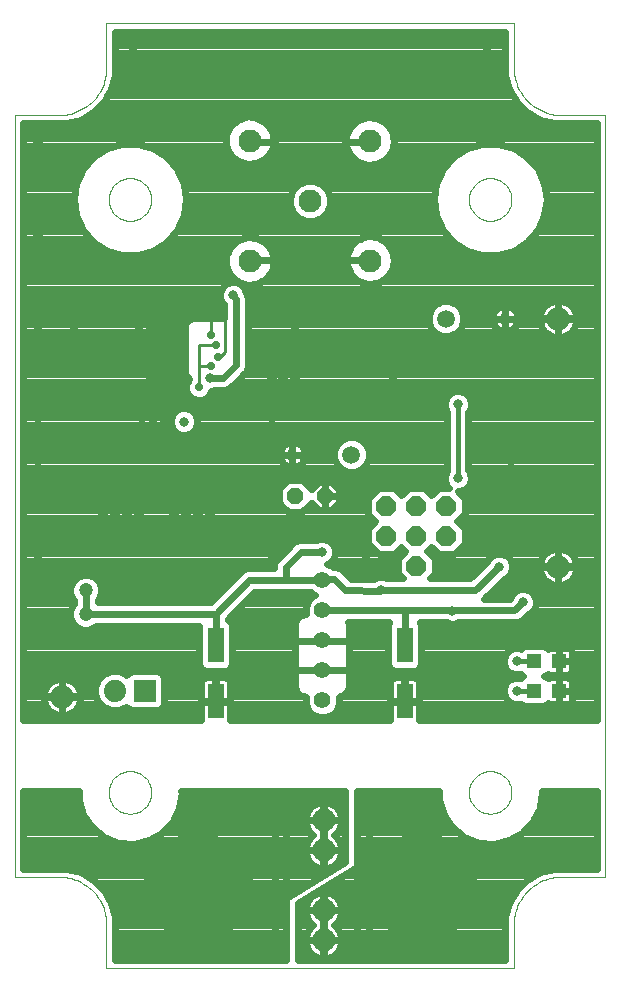
<source format=gbl>
G75*
%MOIN*%
%OFA0B0*%
%FSLAX24Y24*%
%IPPOS*%
%LPD*%
%AMOC8*
5,1,8,0,0,1.08239X$1,22.5*
%
%ADD10R,0.0472X0.0472*%
%ADD11C,0.0780*%
%ADD12R,0.0551X0.1181*%
%ADD13C,0.0000*%
%ADD14C,0.3543*%
%ADD15C,0.0039*%
%ADD16C,0.0765*%
%ADD17C,0.0594*%
%ADD18C,0.0397*%
%ADD19R,0.0740X0.0740*%
%ADD20C,0.0740*%
%ADD21OC8,0.0660*%
%ADD22OC8,0.0520*%
%ADD23C,0.0554*%
%ADD24C,0.0768*%
%ADD25C,0.0317*%
%ADD26C,0.0240*%
%ADD27C,0.0356*%
%ADD28C,0.0277*%
%ADD29C,0.0100*%
%ADD30C,0.0236*%
%ADD31C,0.0472*%
%ADD32C,0.0118*%
%ADD33C,0.0157*%
%ADD34C,0.0160*%
D10*
X021793Y010552D03*
X021793Y011536D03*
X022619Y011536D03*
X022619Y010552D03*
D11*
X022600Y014686D03*
X022600Y022954D03*
X006064Y010355D03*
D12*
X011182Y010198D03*
X011182Y012087D03*
X017482Y012087D03*
X017482Y010198D03*
D13*
X005966Y004351D02*
X004489Y004351D01*
X004489Y029745D01*
X005966Y029745D01*
X006043Y029747D01*
X006120Y029753D01*
X006197Y029762D01*
X006273Y029775D01*
X006349Y029792D01*
X006423Y029813D01*
X006497Y029837D01*
X006569Y029865D01*
X006639Y029896D01*
X006708Y029931D01*
X006776Y029969D01*
X006841Y030010D01*
X006904Y030055D01*
X006965Y030103D01*
X007024Y030153D01*
X007080Y030206D01*
X007133Y030262D01*
X007183Y030321D01*
X007231Y030382D01*
X007276Y030445D01*
X007317Y030510D01*
X007355Y030578D01*
X007390Y030647D01*
X007421Y030717D01*
X007449Y030789D01*
X007473Y030863D01*
X007494Y030937D01*
X007511Y031013D01*
X007524Y031089D01*
X007533Y031166D01*
X007539Y031243D01*
X007541Y031320D01*
X007541Y032796D01*
X021123Y032796D01*
X021123Y031320D01*
X021125Y031243D01*
X021131Y031166D01*
X021140Y031089D01*
X021153Y031013D01*
X021170Y030937D01*
X021191Y030863D01*
X021215Y030789D01*
X021243Y030717D01*
X021274Y030647D01*
X021309Y030578D01*
X021347Y030510D01*
X021388Y030445D01*
X021433Y030382D01*
X021481Y030321D01*
X021531Y030262D01*
X021584Y030206D01*
X021640Y030153D01*
X021699Y030103D01*
X021760Y030055D01*
X021823Y030010D01*
X021888Y029969D01*
X021956Y029931D01*
X022025Y029896D01*
X022095Y029865D01*
X022167Y029837D01*
X022241Y029813D01*
X022315Y029792D01*
X022391Y029775D01*
X022467Y029762D01*
X022544Y029753D01*
X022621Y029747D01*
X022698Y029745D01*
X024175Y029745D01*
X024175Y004351D01*
X022698Y004351D01*
X022621Y004349D01*
X022544Y004343D01*
X022467Y004334D01*
X022391Y004321D01*
X022315Y004304D01*
X022241Y004283D01*
X022167Y004259D01*
X022095Y004231D01*
X022025Y004200D01*
X021956Y004165D01*
X021888Y004127D01*
X021823Y004086D01*
X021760Y004041D01*
X021699Y003993D01*
X021640Y003943D01*
X021584Y003890D01*
X021531Y003834D01*
X021481Y003775D01*
X021433Y003714D01*
X021388Y003651D01*
X021347Y003586D01*
X021309Y003518D01*
X021274Y003449D01*
X021243Y003379D01*
X021215Y003307D01*
X021191Y003233D01*
X021170Y003159D01*
X021153Y003083D01*
X021140Y003007D01*
X021131Y002930D01*
X021125Y002853D01*
X021123Y002776D01*
X021123Y001300D01*
X007541Y001300D01*
X007541Y002776D01*
X007539Y002853D01*
X007533Y002930D01*
X007524Y003007D01*
X007511Y003083D01*
X007494Y003159D01*
X007473Y003233D01*
X007449Y003307D01*
X007421Y003379D01*
X007390Y003449D01*
X007355Y003518D01*
X007317Y003586D01*
X007276Y003651D01*
X007231Y003714D01*
X007183Y003775D01*
X007133Y003834D01*
X007080Y003890D01*
X007024Y003943D01*
X006965Y003993D01*
X006904Y004041D01*
X006841Y004086D01*
X006776Y004127D01*
X006708Y004165D01*
X006639Y004200D01*
X006569Y004231D01*
X006497Y004259D01*
X006423Y004283D01*
X006349Y004304D01*
X006273Y004321D01*
X006197Y004334D01*
X006120Y004343D01*
X006043Y004349D01*
X005966Y004351D01*
X007619Y007166D02*
X007621Y007219D01*
X007627Y007272D01*
X007637Y007324D01*
X007650Y007375D01*
X007668Y007425D01*
X007689Y007474D01*
X007714Y007521D01*
X007742Y007565D01*
X007774Y007608D01*
X007808Y007648D01*
X007846Y007686D01*
X007886Y007720D01*
X007929Y007752D01*
X007974Y007780D01*
X008020Y007805D01*
X008069Y007826D01*
X008119Y007844D01*
X008170Y007857D01*
X008222Y007867D01*
X008275Y007873D01*
X008328Y007875D01*
X008381Y007873D01*
X008434Y007867D01*
X008486Y007857D01*
X008537Y007844D01*
X008587Y007826D01*
X008636Y007805D01*
X008683Y007780D01*
X008727Y007752D01*
X008770Y007720D01*
X008810Y007686D01*
X008848Y007648D01*
X008882Y007608D01*
X008914Y007565D01*
X008942Y007520D01*
X008967Y007474D01*
X008988Y007425D01*
X009006Y007375D01*
X009019Y007324D01*
X009029Y007272D01*
X009035Y007219D01*
X009037Y007166D01*
X009035Y007113D01*
X009029Y007060D01*
X009019Y007008D01*
X009006Y006957D01*
X008988Y006907D01*
X008967Y006858D01*
X008942Y006811D01*
X008914Y006767D01*
X008882Y006724D01*
X008848Y006684D01*
X008810Y006646D01*
X008770Y006612D01*
X008727Y006580D01*
X008682Y006552D01*
X008636Y006527D01*
X008587Y006506D01*
X008537Y006488D01*
X008486Y006475D01*
X008434Y006465D01*
X008381Y006459D01*
X008328Y006457D01*
X008275Y006459D01*
X008222Y006465D01*
X008170Y006475D01*
X008119Y006488D01*
X008069Y006506D01*
X008020Y006527D01*
X007973Y006552D01*
X007929Y006580D01*
X007886Y006612D01*
X007846Y006646D01*
X007808Y006684D01*
X007774Y006724D01*
X007742Y006767D01*
X007714Y006812D01*
X007689Y006858D01*
X007668Y006907D01*
X007650Y006957D01*
X007637Y007008D01*
X007627Y007060D01*
X007621Y007113D01*
X007619Y007166D01*
X009608Y005040D02*
X009610Y005059D01*
X009615Y005078D01*
X009625Y005094D01*
X009637Y005109D01*
X009652Y005121D01*
X009668Y005131D01*
X009687Y005136D01*
X009706Y005138D01*
X009725Y005136D01*
X009744Y005131D01*
X009760Y005121D01*
X009775Y005109D01*
X009787Y005094D01*
X009797Y005078D01*
X009802Y005059D01*
X009804Y005040D01*
X009802Y005021D01*
X009797Y005002D01*
X009787Y004986D01*
X009775Y004971D01*
X009760Y004959D01*
X009744Y004949D01*
X009725Y004944D01*
X009706Y004942D01*
X009687Y004944D01*
X009668Y004949D01*
X009652Y004959D01*
X009637Y004971D01*
X009625Y004986D01*
X009615Y005002D01*
X009610Y005021D01*
X009608Y005040D01*
X010494Y005434D02*
X010496Y005453D01*
X010501Y005472D01*
X010511Y005488D01*
X010523Y005503D01*
X010538Y005515D01*
X010554Y005525D01*
X010573Y005530D01*
X010592Y005532D01*
X010611Y005530D01*
X010630Y005525D01*
X010646Y005515D01*
X010661Y005503D01*
X010673Y005488D01*
X010683Y005472D01*
X010688Y005453D01*
X010690Y005434D01*
X010688Y005415D01*
X010683Y005396D01*
X010673Y005380D01*
X010661Y005365D01*
X010646Y005353D01*
X010630Y005343D01*
X010611Y005338D01*
X010592Y005336D01*
X010573Y005338D01*
X010554Y005343D01*
X010538Y005353D01*
X010523Y005365D01*
X010511Y005380D01*
X010501Y005396D01*
X010496Y005415D01*
X010494Y005434D01*
X011478Y005040D02*
X011480Y005059D01*
X011485Y005078D01*
X011495Y005094D01*
X011507Y005109D01*
X011522Y005121D01*
X011538Y005131D01*
X011557Y005136D01*
X011576Y005138D01*
X011595Y005136D01*
X011614Y005131D01*
X011630Y005121D01*
X011645Y005109D01*
X011657Y005094D01*
X011667Y005078D01*
X011672Y005059D01*
X011674Y005040D01*
X011672Y005021D01*
X011667Y005002D01*
X011657Y004986D01*
X011645Y004971D01*
X011630Y004959D01*
X011614Y004949D01*
X011595Y004944D01*
X011576Y004942D01*
X011557Y004944D01*
X011538Y004949D01*
X011522Y004959D01*
X011507Y004971D01*
X011495Y004986D01*
X011485Y005002D01*
X011480Y005021D01*
X011478Y005040D01*
X011872Y004056D02*
X011874Y004075D01*
X011879Y004094D01*
X011889Y004110D01*
X011901Y004125D01*
X011916Y004137D01*
X011932Y004147D01*
X011951Y004152D01*
X011970Y004154D01*
X011989Y004152D01*
X012008Y004147D01*
X012024Y004137D01*
X012039Y004125D01*
X012051Y004110D01*
X012061Y004094D01*
X012066Y004075D01*
X012068Y004056D01*
X012066Y004037D01*
X012061Y004018D01*
X012051Y004002D01*
X012039Y003987D01*
X012024Y003975D01*
X012008Y003965D01*
X011989Y003960D01*
X011970Y003958D01*
X011951Y003960D01*
X011932Y003965D01*
X011916Y003975D01*
X011901Y003987D01*
X011889Y004002D01*
X011879Y004018D01*
X011874Y004037D01*
X011872Y004056D01*
X011478Y003072D02*
X011480Y003091D01*
X011485Y003110D01*
X011495Y003126D01*
X011507Y003141D01*
X011522Y003153D01*
X011538Y003163D01*
X011557Y003168D01*
X011576Y003170D01*
X011595Y003168D01*
X011614Y003163D01*
X011630Y003153D01*
X011645Y003141D01*
X011657Y003126D01*
X011667Y003110D01*
X011672Y003091D01*
X011674Y003072D01*
X011672Y003053D01*
X011667Y003034D01*
X011657Y003018D01*
X011645Y003003D01*
X011630Y002991D01*
X011614Y002981D01*
X011595Y002976D01*
X011576Y002974D01*
X011557Y002976D01*
X011538Y002981D01*
X011522Y002991D01*
X011507Y003003D01*
X011495Y003018D01*
X011485Y003034D01*
X011480Y003053D01*
X011478Y003072D01*
X010494Y002678D02*
X010496Y002697D01*
X010501Y002716D01*
X010511Y002732D01*
X010523Y002747D01*
X010538Y002759D01*
X010554Y002769D01*
X010573Y002774D01*
X010592Y002776D01*
X010611Y002774D01*
X010630Y002769D01*
X010646Y002759D01*
X010661Y002747D01*
X010673Y002732D01*
X010683Y002716D01*
X010688Y002697D01*
X010690Y002678D01*
X010688Y002659D01*
X010683Y002640D01*
X010673Y002624D01*
X010661Y002609D01*
X010646Y002597D01*
X010630Y002587D01*
X010611Y002582D01*
X010592Y002580D01*
X010573Y002582D01*
X010554Y002587D01*
X010538Y002597D01*
X010523Y002609D01*
X010511Y002624D01*
X010501Y002640D01*
X010496Y002659D01*
X010494Y002678D01*
X009510Y003072D02*
X009512Y003091D01*
X009517Y003110D01*
X009527Y003126D01*
X009539Y003141D01*
X009554Y003153D01*
X009570Y003163D01*
X009589Y003168D01*
X009608Y003170D01*
X009627Y003168D01*
X009646Y003163D01*
X009662Y003153D01*
X009677Y003141D01*
X009689Y003126D01*
X009699Y003110D01*
X009704Y003091D01*
X009706Y003072D01*
X009704Y003053D01*
X009699Y003034D01*
X009689Y003018D01*
X009677Y003003D01*
X009662Y002991D01*
X009646Y002981D01*
X009627Y002976D01*
X009608Y002974D01*
X009589Y002976D01*
X009570Y002981D01*
X009554Y002991D01*
X009539Y003003D01*
X009527Y003018D01*
X009517Y003034D01*
X009512Y003053D01*
X009510Y003072D01*
X009116Y004056D02*
X009118Y004075D01*
X009123Y004094D01*
X009133Y004110D01*
X009145Y004125D01*
X009160Y004137D01*
X009176Y004147D01*
X009195Y004152D01*
X009214Y004154D01*
X009233Y004152D01*
X009252Y004147D01*
X009268Y004137D01*
X009283Y004125D01*
X009295Y004110D01*
X009305Y004094D01*
X009310Y004075D01*
X009312Y004056D01*
X009310Y004037D01*
X009305Y004018D01*
X009295Y004002D01*
X009283Y003987D01*
X009268Y003975D01*
X009252Y003965D01*
X009233Y003960D01*
X009214Y003958D01*
X009195Y003960D01*
X009176Y003965D01*
X009160Y003975D01*
X009145Y003987D01*
X009133Y004002D01*
X009123Y004018D01*
X009118Y004037D01*
X009116Y004056D01*
X016596Y004056D02*
X016598Y004075D01*
X016603Y004094D01*
X016613Y004110D01*
X016625Y004125D01*
X016640Y004137D01*
X016656Y004147D01*
X016675Y004152D01*
X016694Y004154D01*
X016713Y004152D01*
X016732Y004147D01*
X016748Y004137D01*
X016763Y004125D01*
X016775Y004110D01*
X016785Y004094D01*
X016790Y004075D01*
X016792Y004056D01*
X016790Y004037D01*
X016785Y004018D01*
X016775Y004002D01*
X016763Y003987D01*
X016748Y003975D01*
X016732Y003965D01*
X016713Y003960D01*
X016694Y003958D01*
X016675Y003960D01*
X016656Y003965D01*
X016640Y003975D01*
X016625Y003987D01*
X016613Y004002D01*
X016603Y004018D01*
X016598Y004037D01*
X016596Y004056D01*
X016990Y003072D02*
X016992Y003091D01*
X016997Y003110D01*
X017007Y003126D01*
X017019Y003141D01*
X017034Y003153D01*
X017050Y003163D01*
X017069Y003168D01*
X017088Y003170D01*
X017107Y003168D01*
X017126Y003163D01*
X017142Y003153D01*
X017157Y003141D01*
X017169Y003126D01*
X017179Y003110D01*
X017184Y003091D01*
X017186Y003072D01*
X017184Y003053D01*
X017179Y003034D01*
X017169Y003018D01*
X017157Y003003D01*
X017142Y002991D01*
X017126Y002981D01*
X017107Y002976D01*
X017088Y002974D01*
X017069Y002976D01*
X017050Y002981D01*
X017034Y002991D01*
X017019Y003003D01*
X017007Y003018D01*
X016997Y003034D01*
X016992Y003053D01*
X016990Y003072D01*
X017974Y002678D02*
X017976Y002697D01*
X017981Y002716D01*
X017991Y002732D01*
X018003Y002747D01*
X018018Y002759D01*
X018034Y002769D01*
X018053Y002774D01*
X018072Y002776D01*
X018091Y002774D01*
X018110Y002769D01*
X018126Y002759D01*
X018141Y002747D01*
X018153Y002732D01*
X018163Y002716D01*
X018168Y002697D01*
X018170Y002678D01*
X018168Y002659D01*
X018163Y002640D01*
X018153Y002624D01*
X018141Y002609D01*
X018126Y002597D01*
X018110Y002587D01*
X018091Y002582D01*
X018072Y002580D01*
X018053Y002582D01*
X018034Y002587D01*
X018018Y002597D01*
X018003Y002609D01*
X017991Y002624D01*
X017981Y002640D01*
X017976Y002659D01*
X017974Y002678D01*
X018958Y003072D02*
X018960Y003091D01*
X018965Y003110D01*
X018975Y003126D01*
X018987Y003141D01*
X019002Y003153D01*
X019018Y003163D01*
X019037Y003168D01*
X019056Y003170D01*
X019075Y003168D01*
X019094Y003163D01*
X019110Y003153D01*
X019125Y003141D01*
X019137Y003126D01*
X019147Y003110D01*
X019152Y003091D01*
X019154Y003072D01*
X019152Y003053D01*
X019147Y003034D01*
X019137Y003018D01*
X019125Y003003D01*
X019110Y002991D01*
X019094Y002981D01*
X019075Y002976D01*
X019056Y002974D01*
X019037Y002976D01*
X019018Y002981D01*
X019002Y002991D01*
X018987Y003003D01*
X018975Y003018D01*
X018965Y003034D01*
X018960Y003053D01*
X018958Y003072D01*
X019352Y004056D02*
X019354Y004075D01*
X019359Y004094D01*
X019369Y004110D01*
X019381Y004125D01*
X019396Y004137D01*
X019412Y004147D01*
X019431Y004152D01*
X019450Y004154D01*
X019469Y004152D01*
X019488Y004147D01*
X019504Y004137D01*
X019519Y004125D01*
X019531Y004110D01*
X019541Y004094D01*
X019546Y004075D01*
X019548Y004056D01*
X019546Y004037D01*
X019541Y004018D01*
X019531Y004002D01*
X019519Y003987D01*
X019504Y003975D01*
X019488Y003965D01*
X019469Y003960D01*
X019450Y003958D01*
X019431Y003960D01*
X019412Y003965D01*
X019396Y003975D01*
X019381Y003987D01*
X019369Y004002D01*
X019359Y004018D01*
X019354Y004037D01*
X019352Y004056D01*
X018958Y005040D02*
X018960Y005059D01*
X018965Y005078D01*
X018975Y005094D01*
X018987Y005109D01*
X019002Y005121D01*
X019018Y005131D01*
X019037Y005136D01*
X019056Y005138D01*
X019075Y005136D01*
X019094Y005131D01*
X019110Y005121D01*
X019125Y005109D01*
X019137Y005094D01*
X019147Y005078D01*
X019152Y005059D01*
X019154Y005040D01*
X019152Y005021D01*
X019147Y005002D01*
X019137Y004986D01*
X019125Y004971D01*
X019110Y004959D01*
X019094Y004949D01*
X019075Y004944D01*
X019056Y004942D01*
X019037Y004944D01*
X019018Y004949D01*
X019002Y004959D01*
X018987Y004971D01*
X018975Y004986D01*
X018965Y005002D01*
X018960Y005021D01*
X018958Y005040D01*
X017974Y005434D02*
X017976Y005453D01*
X017981Y005472D01*
X017991Y005488D01*
X018003Y005503D01*
X018018Y005515D01*
X018034Y005525D01*
X018053Y005530D01*
X018072Y005532D01*
X018091Y005530D01*
X018110Y005525D01*
X018126Y005515D01*
X018141Y005503D01*
X018153Y005488D01*
X018163Y005472D01*
X018168Y005453D01*
X018170Y005434D01*
X018168Y005415D01*
X018163Y005396D01*
X018153Y005380D01*
X018141Y005365D01*
X018126Y005353D01*
X018110Y005343D01*
X018091Y005338D01*
X018072Y005336D01*
X018053Y005338D01*
X018034Y005343D01*
X018018Y005353D01*
X018003Y005365D01*
X017991Y005380D01*
X017981Y005396D01*
X017976Y005415D01*
X017974Y005434D01*
X017088Y005040D02*
X017090Y005059D01*
X017095Y005078D01*
X017105Y005094D01*
X017117Y005109D01*
X017132Y005121D01*
X017148Y005131D01*
X017167Y005136D01*
X017186Y005138D01*
X017205Y005136D01*
X017224Y005131D01*
X017240Y005121D01*
X017255Y005109D01*
X017267Y005094D01*
X017277Y005078D01*
X017282Y005059D01*
X017284Y005040D01*
X017282Y005021D01*
X017277Y005002D01*
X017267Y004986D01*
X017255Y004971D01*
X017240Y004959D01*
X017224Y004949D01*
X017205Y004944D01*
X017186Y004942D01*
X017167Y004944D01*
X017148Y004949D01*
X017132Y004959D01*
X017117Y004971D01*
X017105Y004986D01*
X017095Y005002D01*
X017090Y005021D01*
X017088Y005040D01*
X019627Y007166D02*
X019629Y007219D01*
X019635Y007272D01*
X019645Y007324D01*
X019658Y007375D01*
X019676Y007425D01*
X019697Y007474D01*
X019722Y007521D01*
X019750Y007565D01*
X019782Y007608D01*
X019816Y007648D01*
X019854Y007686D01*
X019894Y007720D01*
X019937Y007752D01*
X019982Y007780D01*
X020028Y007805D01*
X020077Y007826D01*
X020127Y007844D01*
X020178Y007857D01*
X020230Y007867D01*
X020283Y007873D01*
X020336Y007875D01*
X020389Y007873D01*
X020442Y007867D01*
X020494Y007857D01*
X020545Y007844D01*
X020595Y007826D01*
X020644Y007805D01*
X020691Y007780D01*
X020735Y007752D01*
X020778Y007720D01*
X020818Y007686D01*
X020856Y007648D01*
X020890Y007608D01*
X020922Y007565D01*
X020950Y007520D01*
X020975Y007474D01*
X020996Y007425D01*
X021014Y007375D01*
X021027Y007324D01*
X021037Y007272D01*
X021043Y007219D01*
X021045Y007166D01*
X021043Y007113D01*
X021037Y007060D01*
X021027Y007008D01*
X021014Y006957D01*
X020996Y006907D01*
X020975Y006858D01*
X020950Y006811D01*
X020922Y006767D01*
X020890Y006724D01*
X020856Y006684D01*
X020818Y006646D01*
X020778Y006612D01*
X020735Y006580D01*
X020690Y006552D01*
X020644Y006527D01*
X020595Y006506D01*
X020545Y006488D01*
X020494Y006475D01*
X020442Y006465D01*
X020389Y006459D01*
X020336Y006457D01*
X020283Y006459D01*
X020230Y006465D01*
X020178Y006475D01*
X020127Y006488D01*
X020077Y006506D01*
X020028Y006527D01*
X019981Y006552D01*
X019937Y006580D01*
X019894Y006612D01*
X019854Y006646D01*
X019816Y006684D01*
X019782Y006724D01*
X019750Y006767D01*
X019722Y006812D01*
X019697Y006858D01*
X019676Y006907D01*
X019658Y006957D01*
X019645Y007008D01*
X019635Y007060D01*
X019629Y007113D01*
X019627Y007166D01*
X019627Y026930D02*
X019629Y026983D01*
X019635Y027036D01*
X019645Y027088D01*
X019658Y027139D01*
X019676Y027189D01*
X019697Y027238D01*
X019722Y027285D01*
X019750Y027329D01*
X019782Y027372D01*
X019816Y027412D01*
X019854Y027450D01*
X019894Y027484D01*
X019937Y027516D01*
X019982Y027544D01*
X020028Y027569D01*
X020077Y027590D01*
X020127Y027608D01*
X020178Y027621D01*
X020230Y027631D01*
X020283Y027637D01*
X020336Y027639D01*
X020389Y027637D01*
X020442Y027631D01*
X020494Y027621D01*
X020545Y027608D01*
X020595Y027590D01*
X020644Y027569D01*
X020691Y027544D01*
X020735Y027516D01*
X020778Y027484D01*
X020818Y027450D01*
X020856Y027412D01*
X020890Y027372D01*
X020922Y027329D01*
X020950Y027284D01*
X020975Y027238D01*
X020996Y027189D01*
X021014Y027139D01*
X021027Y027088D01*
X021037Y027036D01*
X021043Y026983D01*
X021045Y026930D01*
X021043Y026877D01*
X021037Y026824D01*
X021027Y026772D01*
X021014Y026721D01*
X020996Y026671D01*
X020975Y026622D01*
X020950Y026575D01*
X020922Y026531D01*
X020890Y026488D01*
X020856Y026448D01*
X020818Y026410D01*
X020778Y026376D01*
X020735Y026344D01*
X020690Y026316D01*
X020644Y026291D01*
X020595Y026270D01*
X020545Y026252D01*
X020494Y026239D01*
X020442Y026229D01*
X020389Y026223D01*
X020336Y026221D01*
X020283Y026223D01*
X020230Y026229D01*
X020178Y026239D01*
X020127Y026252D01*
X020077Y026270D01*
X020028Y026291D01*
X019981Y026316D01*
X019937Y026344D01*
X019894Y026376D01*
X019854Y026410D01*
X019816Y026448D01*
X019782Y026488D01*
X019750Y026531D01*
X019722Y026576D01*
X019697Y026622D01*
X019676Y026671D01*
X019658Y026721D01*
X019645Y026772D01*
X019635Y026824D01*
X019629Y026877D01*
X019627Y026930D01*
X007619Y026930D02*
X007621Y026983D01*
X007627Y027036D01*
X007637Y027088D01*
X007650Y027139D01*
X007668Y027189D01*
X007689Y027238D01*
X007714Y027285D01*
X007742Y027329D01*
X007774Y027372D01*
X007808Y027412D01*
X007846Y027450D01*
X007886Y027484D01*
X007929Y027516D01*
X007974Y027544D01*
X008020Y027569D01*
X008069Y027590D01*
X008119Y027608D01*
X008170Y027621D01*
X008222Y027631D01*
X008275Y027637D01*
X008328Y027639D01*
X008381Y027637D01*
X008434Y027631D01*
X008486Y027621D01*
X008537Y027608D01*
X008587Y027590D01*
X008636Y027569D01*
X008683Y027544D01*
X008727Y027516D01*
X008770Y027484D01*
X008810Y027450D01*
X008848Y027412D01*
X008882Y027372D01*
X008914Y027329D01*
X008942Y027284D01*
X008967Y027238D01*
X008988Y027189D01*
X009006Y027139D01*
X009019Y027088D01*
X009029Y027036D01*
X009035Y026983D01*
X009037Y026930D01*
X009035Y026877D01*
X009029Y026824D01*
X009019Y026772D01*
X009006Y026721D01*
X008988Y026671D01*
X008967Y026622D01*
X008942Y026575D01*
X008914Y026531D01*
X008882Y026488D01*
X008848Y026448D01*
X008810Y026410D01*
X008770Y026376D01*
X008727Y026344D01*
X008682Y026316D01*
X008636Y026291D01*
X008587Y026270D01*
X008537Y026252D01*
X008486Y026239D01*
X008434Y026229D01*
X008381Y026223D01*
X008328Y026221D01*
X008275Y026223D01*
X008222Y026229D01*
X008170Y026239D01*
X008119Y026252D01*
X008069Y026270D01*
X008020Y026291D01*
X007973Y026316D01*
X007929Y026344D01*
X007886Y026376D01*
X007846Y026410D01*
X007808Y026448D01*
X007774Y026488D01*
X007742Y026531D01*
X007714Y026576D01*
X007689Y026622D01*
X007668Y026671D01*
X007650Y026721D01*
X007637Y026772D01*
X007627Y026824D01*
X007621Y026877D01*
X007619Y026930D01*
D14*
X010592Y004056D03*
X018072Y004056D03*
D15*
X017147Y004056D02*
X017149Y004116D01*
X017155Y004177D01*
X017165Y004236D01*
X017179Y004295D01*
X017196Y004353D01*
X017217Y004410D01*
X017242Y004465D01*
X017271Y004518D01*
X017303Y004570D01*
X017338Y004619D01*
X017377Y004666D01*
X017418Y004710D01*
X017462Y004751D01*
X017509Y004790D01*
X017558Y004825D01*
X017609Y004857D01*
X017663Y004886D01*
X017718Y004911D01*
X017775Y004932D01*
X017833Y004949D01*
X017892Y004963D01*
X017951Y004973D01*
X018012Y004979D01*
X018072Y004981D01*
X018132Y004979D01*
X018193Y004973D01*
X018252Y004963D01*
X018311Y004949D01*
X018369Y004932D01*
X018426Y004911D01*
X018481Y004886D01*
X018534Y004857D01*
X018586Y004825D01*
X018635Y004790D01*
X018682Y004751D01*
X018726Y004710D01*
X018767Y004666D01*
X018806Y004619D01*
X018841Y004570D01*
X018873Y004519D01*
X018902Y004465D01*
X018927Y004410D01*
X018948Y004353D01*
X018965Y004295D01*
X018979Y004236D01*
X018989Y004177D01*
X018995Y004116D01*
X018997Y004056D01*
X018995Y003996D01*
X018989Y003935D01*
X018979Y003876D01*
X018965Y003817D01*
X018948Y003759D01*
X018927Y003702D01*
X018902Y003647D01*
X018873Y003594D01*
X018841Y003542D01*
X018806Y003493D01*
X018767Y003446D01*
X018726Y003402D01*
X018682Y003361D01*
X018635Y003322D01*
X018586Y003287D01*
X018535Y003255D01*
X018481Y003226D01*
X018426Y003201D01*
X018369Y003180D01*
X018311Y003163D01*
X018252Y003149D01*
X018193Y003139D01*
X018132Y003133D01*
X018072Y003131D01*
X018012Y003133D01*
X017951Y003139D01*
X017892Y003149D01*
X017833Y003163D01*
X017775Y003180D01*
X017718Y003201D01*
X017663Y003226D01*
X017610Y003255D01*
X017558Y003287D01*
X017509Y003322D01*
X017462Y003361D01*
X017418Y003402D01*
X017377Y003446D01*
X017338Y003493D01*
X017303Y003542D01*
X017271Y003593D01*
X017242Y003647D01*
X017217Y003702D01*
X017196Y003759D01*
X017179Y003817D01*
X017165Y003876D01*
X017155Y003935D01*
X017149Y003996D01*
X017147Y004056D01*
X009667Y004056D02*
X009669Y004116D01*
X009675Y004177D01*
X009685Y004236D01*
X009699Y004295D01*
X009716Y004353D01*
X009737Y004410D01*
X009762Y004465D01*
X009791Y004518D01*
X009823Y004570D01*
X009858Y004619D01*
X009897Y004666D01*
X009938Y004710D01*
X009982Y004751D01*
X010029Y004790D01*
X010078Y004825D01*
X010129Y004857D01*
X010183Y004886D01*
X010238Y004911D01*
X010295Y004932D01*
X010353Y004949D01*
X010412Y004963D01*
X010471Y004973D01*
X010532Y004979D01*
X010592Y004981D01*
X010652Y004979D01*
X010713Y004973D01*
X010772Y004963D01*
X010831Y004949D01*
X010889Y004932D01*
X010946Y004911D01*
X011001Y004886D01*
X011054Y004857D01*
X011106Y004825D01*
X011155Y004790D01*
X011202Y004751D01*
X011246Y004710D01*
X011287Y004666D01*
X011326Y004619D01*
X011361Y004570D01*
X011393Y004519D01*
X011422Y004465D01*
X011447Y004410D01*
X011468Y004353D01*
X011485Y004295D01*
X011499Y004236D01*
X011509Y004177D01*
X011515Y004116D01*
X011517Y004056D01*
X011515Y003996D01*
X011509Y003935D01*
X011499Y003876D01*
X011485Y003817D01*
X011468Y003759D01*
X011447Y003702D01*
X011422Y003647D01*
X011393Y003594D01*
X011361Y003542D01*
X011326Y003493D01*
X011287Y003446D01*
X011246Y003402D01*
X011202Y003361D01*
X011155Y003322D01*
X011106Y003287D01*
X011055Y003255D01*
X011001Y003226D01*
X010946Y003201D01*
X010889Y003180D01*
X010831Y003163D01*
X010772Y003149D01*
X010713Y003139D01*
X010652Y003133D01*
X010592Y003131D01*
X010532Y003133D01*
X010471Y003139D01*
X010412Y003149D01*
X010353Y003163D01*
X010295Y003180D01*
X010238Y003201D01*
X010183Y003226D01*
X010130Y003255D01*
X010078Y003287D01*
X010029Y003322D01*
X009982Y003361D01*
X009938Y003402D01*
X009897Y003446D01*
X009858Y003493D01*
X009823Y003542D01*
X009791Y003593D01*
X009762Y003647D01*
X009737Y003702D01*
X009716Y003759D01*
X009699Y003817D01*
X009685Y003876D01*
X009675Y003935D01*
X009669Y003996D01*
X009667Y004056D01*
D16*
X012332Y024891D03*
X014332Y026891D03*
X012332Y028891D03*
X016332Y028891D03*
X016332Y024891D03*
D17*
X018860Y022954D03*
X015710Y018426D03*
D18*
X013741Y018426D03*
X020828Y022954D03*
D19*
X008820Y010552D03*
D20*
X007820Y010552D03*
D21*
X016875Y015709D03*
X016875Y016709D03*
X017875Y016709D03*
X017875Y015709D03*
X017875Y014709D03*
X018875Y015709D03*
X018875Y016709D03*
D22*
X014832Y017048D03*
X013832Y017048D03*
D23*
X014745Y014231D03*
X014745Y013231D03*
X014745Y012231D03*
X014745Y011231D03*
X014745Y010231D03*
D24*
X014785Y006239D03*
X014785Y005239D03*
X014785Y003239D03*
X014785Y002239D03*
D25*
X016104Y009961D03*
X018663Y009961D03*
X021025Y009961D03*
X021222Y010552D03*
X021222Y011536D03*
X021419Y013505D03*
X020631Y014686D03*
X019076Y013229D03*
X016694Y013898D03*
X016202Y015080D03*
X014726Y015178D03*
X013052Y015080D03*
X013052Y015473D03*
X013052Y015867D03*
X013052Y016261D03*
X013052Y016654D03*
X013052Y017442D03*
X013052Y018623D03*
X013052Y019017D03*
X013052Y019410D03*
X013052Y019804D03*
X013052Y020198D03*
X013052Y020591D03*
X013052Y020985D03*
X013446Y020985D03*
X013840Y020985D03*
X013840Y021772D03*
X013840Y022560D03*
X013840Y023347D03*
X013052Y023347D03*
X012344Y023347D03*
X011773Y023741D03*
X010789Y025316D03*
X010001Y025316D03*
X008623Y022678D03*
X007836Y024528D03*
X007049Y024331D03*
X006458Y023741D03*
X007049Y023150D03*
X006458Y022560D03*
X005277Y022560D03*
X005277Y021379D03*
X005277Y020198D03*
X005277Y019804D03*
X005277Y019410D03*
X005277Y019017D03*
X005277Y018623D03*
X005277Y018229D03*
X005277Y017835D03*
X005277Y016851D03*
X005277Y015867D03*
X005277Y015473D03*
X005277Y015080D03*
X005277Y014686D03*
X005277Y014292D03*
X005277Y013505D03*
X005277Y012324D03*
X005277Y011143D03*
X005277Y009961D03*
X010001Y009961D03*
X012364Y009961D03*
X012364Y014686D03*
X010986Y016457D03*
X010592Y016457D03*
X010198Y016457D03*
X009804Y016457D03*
X008623Y016457D03*
X008230Y016457D03*
X007836Y016457D03*
X007442Y016457D03*
X008741Y019017D03*
X008741Y019410D03*
X008741Y019784D03*
X009096Y019568D03*
X009470Y019568D03*
X010119Y019528D03*
X010986Y020985D03*
X005277Y025709D03*
X005277Y028859D03*
X008426Y032009D03*
X019253Y020099D03*
X021025Y019804D03*
X021025Y021379D03*
X022797Y019902D03*
X022797Y018918D03*
X021025Y018229D03*
X019253Y017639D03*
X023387Y016261D03*
X023387Y013111D03*
X023387Y009961D03*
X023387Y026103D03*
X023387Y029253D03*
X020238Y032009D03*
D26*
X020843Y032067D02*
X007821Y032067D01*
X007821Y032305D02*
X020843Y032305D01*
X020843Y032516D02*
X020843Y031075D01*
X020970Y030604D01*
X020970Y030604D01*
X021214Y030181D01*
X021214Y030181D01*
X021559Y029835D01*
X021559Y029835D01*
X021982Y029591D01*
X022454Y029465D01*
X023895Y029465D01*
X023895Y009568D01*
X017974Y009568D01*
X017977Y009578D01*
X017977Y010180D01*
X017499Y010180D01*
X017499Y010215D01*
X017977Y010215D01*
X017977Y010817D01*
X017962Y010873D01*
X017933Y010923D01*
X017892Y010964D01*
X017842Y010993D01*
X017786Y011008D01*
X017499Y011008D01*
X017499Y010215D01*
X017464Y010215D01*
X017464Y010180D01*
X016986Y010180D01*
X016986Y009578D01*
X016989Y009568D01*
X011675Y009568D01*
X011678Y009578D01*
X011678Y010180D01*
X011200Y010180D01*
X011200Y010215D01*
X011678Y010215D01*
X011678Y010817D01*
X011663Y010873D01*
X011634Y010923D01*
X011593Y010964D01*
X011543Y010993D01*
X011487Y011008D01*
X011200Y011008D01*
X011200Y010215D01*
X011165Y010215D01*
X011165Y010180D01*
X010687Y010180D01*
X010687Y009578D01*
X010690Y009568D01*
X004769Y009568D01*
X004769Y029465D01*
X006210Y029465D01*
X006682Y029591D01*
X007105Y029835D01*
X007450Y030181D01*
X007694Y030604D01*
X007821Y031075D01*
X007821Y032516D01*
X020843Y032516D01*
X020843Y031828D02*
X007821Y031828D01*
X007821Y031590D02*
X020843Y031590D01*
X020843Y031351D02*
X007821Y031351D01*
X007821Y031113D02*
X020843Y031113D01*
X020897Y030874D02*
X007767Y030874D01*
X007703Y030636D02*
X020961Y030636D01*
X021089Y030397D02*
X007575Y030397D01*
X007450Y030181D02*
X007450Y030181D01*
X007428Y030159D02*
X021236Y030159D01*
X021475Y029920D02*
X007189Y029920D01*
X007105Y029835D02*
X007105Y029835D01*
X006838Y029682D02*
X012194Y029682D01*
X012240Y029696D02*
X011923Y029593D01*
X011675Y029370D01*
X011539Y029065D01*
X011539Y028732D01*
X011675Y028427D01*
X011675Y028427D01*
X011923Y028203D01*
X012240Y028100D01*
X012240Y028100D01*
X012572Y028135D01*
X012861Y028302D01*
X012861Y028302D01*
X013057Y028572D01*
X013127Y028898D01*
X013057Y029225D01*
X012861Y029495D01*
X012572Y029662D01*
X012240Y029696D01*
X012240Y029696D01*
X012382Y029682D02*
X021826Y029682D01*
X021982Y029591D02*
X021982Y029591D01*
X021352Y028489D02*
X023895Y028489D01*
X023895Y028251D02*
X021654Y028251D01*
X021567Y028351D02*
X021567Y028351D01*
X021117Y028640D01*
X021117Y028640D01*
X020603Y028791D01*
X020068Y028791D01*
X019555Y028640D01*
X019555Y028640D01*
X019105Y028351D01*
X019105Y028351D01*
X019105Y028351D01*
X018754Y027946D01*
X018532Y027460D01*
X018456Y026930D01*
X018532Y026400D01*
X018754Y025914D01*
X019105Y025509D01*
X019555Y025220D01*
X020068Y025069D01*
X020603Y025069D01*
X021117Y025220D01*
X021567Y025509D01*
X021567Y025509D01*
X021567Y025509D01*
X021918Y025914D01*
X022140Y026400D01*
X022140Y026400D01*
X022216Y026930D01*
X022140Y027460D01*
X021918Y027946D01*
X021918Y027946D01*
X021567Y028351D01*
X021861Y028012D02*
X023895Y028012D01*
X023895Y027774D02*
X021996Y027774D01*
X022105Y027535D02*
X023895Y027535D01*
X023895Y027297D02*
X022163Y027297D01*
X022140Y027460D02*
X022140Y027460D01*
X022198Y027058D02*
X023895Y027058D01*
X023895Y026820D02*
X022200Y026820D01*
X022166Y026581D02*
X023895Y026581D01*
X023895Y026343D02*
X022113Y026343D01*
X022005Y026104D02*
X023895Y026104D01*
X023895Y025866D02*
X021876Y025866D01*
X021918Y025914D02*
X021918Y025914D01*
X021669Y025627D02*
X023895Y025627D01*
X023895Y025389D02*
X021379Y025389D01*
X021117Y025220D02*
X021117Y025220D01*
X020879Y025150D02*
X023895Y025150D01*
X023895Y024912D02*
X017140Y024912D01*
X017142Y024902D02*
X017073Y025229D01*
X016877Y025499D01*
X016588Y025666D01*
X016588Y025666D01*
X016256Y025700D01*
X015939Y025597D01*
X015939Y025597D01*
X015691Y025374D01*
X015555Y025069D01*
X015555Y024736D01*
X015691Y024431D01*
X015691Y024431D01*
X015939Y024207D01*
X016256Y024104D01*
X016588Y024139D01*
X016877Y024306D01*
X017073Y024576D01*
X017142Y024902D01*
X017094Y024673D02*
X023895Y024673D01*
X023895Y024435D02*
X016970Y024435D01*
X016877Y024306D02*
X016877Y024306D01*
X016877Y024306D01*
X016686Y024196D02*
X023895Y024196D01*
X023895Y023958D02*
X012158Y023958D01*
X012145Y023989D02*
X012021Y024113D01*
X011860Y024179D01*
X011686Y024179D01*
X011525Y024113D01*
X011401Y023989D01*
X011335Y023828D01*
X011335Y023654D01*
X011401Y023493D01*
X011452Y023442D01*
X011452Y022969D01*
X010408Y022969D01*
X010287Y022918D01*
X010194Y022826D01*
X010144Y022704D01*
X010144Y021156D01*
X010194Y021034D01*
X010287Y020941D01*
X010301Y020936D01*
X010301Y020932D01*
X010276Y020907D01*
X010212Y020753D01*
X010212Y020587D01*
X010276Y020433D01*
X010394Y020315D01*
X010548Y020251D01*
X010715Y020251D01*
X010868Y020315D01*
X010986Y020433D01*
X011033Y020547D01*
X011073Y020547D01*
X011166Y020585D01*
X011498Y020585D01*
X011645Y020646D01*
X011758Y020758D01*
X012191Y021192D01*
X012252Y021339D01*
X012252Y023702D01*
X012211Y023800D01*
X012211Y023828D01*
X012145Y023989D01*
X012240Y024085D02*
X012240Y024085D01*
X011923Y024188D01*
X011923Y024188D01*
X011675Y024411D01*
X011675Y024411D01*
X011539Y024716D01*
X011539Y025050D01*
X011675Y025354D01*
X011675Y025354D01*
X011923Y025578D01*
X011923Y025578D01*
X012240Y025681D01*
X012240Y025681D01*
X012572Y025646D01*
X012572Y025646D01*
X012861Y025479D01*
X012861Y025479D01*
X012861Y025479D01*
X013057Y025209D01*
X013057Y025209D01*
X013127Y024883D01*
X013057Y024556D01*
X012861Y024286D01*
X012861Y024286D01*
X012861Y024286D01*
X012572Y024120D01*
X012572Y024120D01*
X012240Y024085D01*
X011914Y024196D02*
X004769Y024196D01*
X004769Y023958D02*
X011388Y023958D01*
X011335Y023719D02*
X004769Y023719D01*
X004769Y023481D02*
X011413Y023481D01*
X011452Y023242D02*
X004769Y023242D01*
X004769Y023004D02*
X011452Y023004D01*
X011852Y023623D02*
X011852Y021418D01*
X011419Y020985D01*
X010986Y020985D01*
X010933Y020380D02*
X018914Y020380D01*
X018882Y020348D02*
X018815Y020186D01*
X018815Y020012D01*
X018882Y019851D01*
X018893Y019839D01*
X018893Y017899D01*
X018882Y017887D01*
X018815Y017726D01*
X018815Y017551D01*
X018882Y017390D01*
X018952Y017319D01*
X018623Y017319D01*
X018375Y017072D01*
X018128Y017319D01*
X017623Y017319D01*
X017375Y017072D01*
X017128Y017319D01*
X016623Y017319D01*
X016265Y016962D01*
X016265Y016457D01*
X016513Y016209D01*
X016265Y015962D01*
X016265Y015457D01*
X016623Y015099D01*
X017128Y015099D01*
X017375Y015347D01*
X017513Y015209D01*
X017265Y014962D01*
X017265Y014457D01*
X017426Y014297D01*
X016879Y014297D01*
X016781Y014337D01*
X016607Y014337D01*
X016471Y014280D01*
X015681Y014294D01*
X015365Y014610D01*
X015218Y014671D01*
X015094Y014671D01*
X015061Y014703D01*
X014893Y014773D01*
X014974Y014806D01*
X015097Y014930D01*
X015164Y015091D01*
X015164Y015265D01*
X015097Y015426D01*
X014974Y015550D01*
X014813Y015616D01*
X014638Y015616D01*
X014546Y015578D01*
X013957Y015578D01*
X013810Y015517D01*
X013698Y015405D01*
X013698Y015405D01*
X013318Y015025D01*
X013206Y014912D01*
X013145Y014765D01*
X013145Y014631D01*
X012223Y014631D01*
X012076Y014570D01*
X011963Y014458D01*
X011017Y013511D01*
X007252Y013511D01*
X007252Y013568D01*
X007289Y013606D01*
X007368Y013796D01*
X007368Y014001D01*
X007289Y014191D01*
X007144Y014336D01*
X006954Y014415D01*
X006749Y014415D01*
X006559Y014336D01*
X006414Y014191D01*
X006335Y014001D01*
X006335Y013796D01*
X006414Y013606D01*
X006452Y013568D01*
X006452Y013441D01*
X006414Y013403D01*
X006335Y013214D01*
X006335Y013008D01*
X006414Y012819D01*
X006559Y012673D01*
X006749Y012595D01*
X006954Y012595D01*
X007144Y012673D01*
X007182Y012711D01*
X010627Y012711D01*
X010627Y011441D01*
X010669Y011338D01*
X010748Y011259D01*
X010851Y011217D01*
X011514Y011217D01*
X011617Y011259D01*
X011695Y011338D01*
X011738Y011441D01*
X011738Y012734D01*
X011695Y012837D01*
X011617Y012915D01*
X011582Y012929D01*
X011582Y012945D01*
X012468Y013831D01*
X014357Y013831D01*
X014430Y013759D01*
X014497Y013731D01*
X014430Y013703D01*
X014273Y013547D01*
X014188Y013342D01*
X014188Y013120D01*
X014189Y013117D01*
X014154Y013117D01*
X014007Y013056D01*
X013894Y012944D01*
X013834Y012797D01*
X013834Y010669D01*
X013894Y010522D01*
X014007Y010410D01*
X014154Y010349D01*
X014191Y010349D01*
X014188Y010342D01*
X014188Y010120D01*
X014273Y009915D01*
X014430Y009759D01*
X014635Y009674D01*
X014856Y009674D01*
X015061Y009759D01*
X015218Y009915D01*
X015303Y010120D01*
X015303Y010342D01*
X015299Y010350D01*
X015444Y010410D01*
X015557Y010522D01*
X015618Y010669D01*
X015618Y012797D01*
X015603Y012833D01*
X016967Y012833D01*
X016926Y012734D01*
X016926Y011441D01*
X016969Y011338D01*
X017047Y011259D01*
X017150Y011217D01*
X017813Y011217D01*
X017916Y011259D01*
X017995Y011338D01*
X018037Y011441D01*
X018037Y012734D01*
X017996Y012833D01*
X018887Y012833D01*
X018989Y012791D01*
X019163Y012791D01*
X019265Y012833D01*
X021224Y012833D01*
X021371Y012894D01*
X021570Y013093D01*
X021667Y013133D01*
X021790Y013256D01*
X021857Y013418D01*
X021857Y013592D01*
X021790Y013753D01*
X021667Y013876D01*
X021506Y013943D01*
X021331Y013943D01*
X021170Y013876D01*
X021047Y013753D01*
X021007Y013656D01*
X020980Y013629D01*
X020138Y013629D01*
X020782Y014274D01*
X020880Y014314D01*
X021003Y014437D01*
X021070Y014599D01*
X021070Y014773D01*
X021003Y014934D01*
X020880Y015058D01*
X020718Y015124D01*
X020544Y015124D01*
X020383Y015058D01*
X020260Y014934D01*
X020219Y014837D01*
X019679Y014297D01*
X018325Y014297D01*
X018485Y014457D01*
X018485Y014962D01*
X018238Y015209D01*
X018375Y015347D01*
X018623Y015099D01*
X019128Y015099D01*
X019485Y015457D01*
X019485Y015962D01*
X019238Y016209D01*
X019485Y016457D01*
X019485Y016962D01*
X019247Y017200D01*
X019340Y017200D01*
X019502Y017267D01*
X019625Y017390D01*
X019692Y017551D01*
X019692Y017726D01*
X019625Y017887D01*
X019613Y017899D01*
X019613Y019839D01*
X019625Y019851D01*
X019692Y020012D01*
X019692Y020186D01*
X019625Y020348D01*
X019502Y020471D01*
X019340Y020538D01*
X019166Y020538D01*
X019005Y020471D01*
X018882Y020348D01*
X018815Y020142D02*
X004769Y020142D01*
X004769Y020380D02*
X010329Y020380D01*
X010212Y020619D02*
X004769Y020619D01*
X004769Y020857D02*
X010255Y020857D01*
X010169Y021096D02*
X004769Y021096D01*
X004769Y021334D02*
X010144Y021334D01*
X010144Y021573D02*
X004769Y021573D01*
X004769Y021811D02*
X010144Y021811D01*
X010144Y022050D02*
X004769Y022050D01*
X004769Y022288D02*
X010144Y022288D01*
X010144Y022527D02*
X004769Y022527D01*
X004769Y022765D02*
X010169Y022765D01*
X011664Y024435D02*
X004769Y024435D01*
X004769Y024673D02*
X011558Y024673D01*
X011539Y024912D02*
X004769Y024912D01*
X004769Y025150D02*
X007785Y025150D01*
X007547Y025220D02*
X008061Y025069D01*
X008596Y025069D01*
X009109Y025220D01*
X009559Y025509D01*
X009559Y025509D01*
X009559Y025509D01*
X009910Y025914D01*
X010132Y026400D01*
X010132Y026400D01*
X010208Y026930D01*
X010132Y027460D01*
X009910Y027946D01*
X009910Y027946D01*
X009559Y028351D01*
X009109Y028640D01*
X008596Y028791D01*
X008061Y028791D01*
X007547Y028640D01*
X007097Y028351D01*
X007097Y028351D01*
X007097Y028351D01*
X006747Y027946D01*
X006524Y027460D01*
X006524Y027460D01*
X006448Y026930D01*
X006448Y026930D01*
X006524Y026400D01*
X006747Y025914D01*
X006747Y025914D01*
X007097Y025509D01*
X007547Y025220D01*
X007547Y025220D01*
X007285Y025389D02*
X004769Y025389D01*
X004769Y025627D02*
X006995Y025627D01*
X007097Y025509D02*
X007097Y025509D01*
X006788Y025866D02*
X004769Y025866D01*
X004769Y026104D02*
X006660Y026104D01*
X006551Y026343D02*
X004769Y026343D01*
X004769Y026581D02*
X006498Y026581D01*
X006524Y026400D02*
X006524Y026400D01*
X006464Y026820D02*
X004769Y026820D01*
X004769Y027058D02*
X006466Y027058D01*
X006501Y027297D02*
X004769Y027297D01*
X004769Y027535D02*
X006559Y027535D01*
X006668Y027774D02*
X004769Y027774D01*
X004769Y028012D02*
X006803Y028012D01*
X006747Y027946D02*
X006747Y027946D01*
X007010Y028251D02*
X004769Y028251D01*
X004769Y028489D02*
X007312Y028489D01*
X007547Y028640D02*
X007547Y028640D01*
X007845Y028728D02*
X004769Y028728D01*
X004769Y028966D02*
X011539Y028966D01*
X011541Y028728D02*
X008811Y028728D01*
X009109Y028640D02*
X009109Y028640D01*
X009344Y028489D02*
X011647Y028489D01*
X011675Y028427D02*
X011675Y028427D01*
X011871Y028251D02*
X009646Y028251D01*
X009559Y028351D02*
X009559Y028351D01*
X009853Y028012D02*
X018811Y028012D01*
X018754Y027946D02*
X018754Y027946D01*
X018675Y027774D02*
X009989Y027774D01*
X010097Y027535D02*
X014157Y027535D01*
X014200Y027553D02*
X013957Y027452D01*
X013770Y027266D01*
X013670Y027022D01*
X013670Y026759D01*
X013770Y026515D01*
X013957Y026329D01*
X014200Y026228D01*
X014464Y026228D01*
X014707Y026329D01*
X014894Y026515D01*
X014995Y026759D01*
X014995Y027022D01*
X014894Y027266D01*
X014707Y027452D01*
X014464Y027553D01*
X014200Y027553D01*
X014507Y027535D02*
X018567Y027535D01*
X018509Y027297D02*
X014863Y027297D01*
X014980Y027058D02*
X018474Y027058D01*
X018472Y026820D02*
X014995Y026820D01*
X014921Y026581D02*
X018506Y026581D01*
X018558Y026343D02*
X014721Y026343D01*
X013943Y026343D02*
X010106Y026343D01*
X010158Y026581D02*
X013743Y026581D01*
X013670Y026820D02*
X010192Y026820D01*
X010190Y027058D02*
X013684Y027058D01*
X013801Y027297D02*
X010155Y027297D01*
X010132Y027460D02*
X010132Y027460D01*
X009997Y026104D02*
X018667Y026104D01*
X018796Y025866D02*
X009868Y025866D01*
X009910Y025914D02*
X009910Y025914D01*
X009661Y025627D02*
X012075Y025627D01*
X011713Y025389D02*
X009372Y025389D01*
X009109Y025220D02*
X009109Y025220D01*
X008871Y025150D02*
X011584Y025150D01*
X012364Y024922D02*
X013151Y024922D01*
X013120Y024912D02*
X015555Y024912D01*
X015513Y024922D02*
X016301Y024922D01*
X016030Y025627D02*
X012605Y025627D01*
X012927Y025389D02*
X015707Y025389D01*
X015691Y025374D02*
X015691Y025374D01*
X015591Y025150D02*
X013070Y025150D01*
X013082Y024673D02*
X015583Y024673D01*
X015689Y024435D02*
X012969Y024435D01*
X013057Y024556D02*
X013057Y024556D01*
X012705Y024196D02*
X015974Y024196D01*
X015939Y024207D02*
X015939Y024207D01*
X016256Y024104D02*
X016256Y024104D01*
X016588Y024139D02*
X016588Y024139D01*
X017073Y024576D02*
X017073Y024576D01*
X017090Y025150D02*
X019793Y025150D01*
X019555Y025220D02*
X019555Y025220D01*
X019292Y025389D02*
X016957Y025389D01*
X016877Y025499D02*
X016877Y025499D01*
X016877Y025499D01*
X016655Y025627D02*
X019003Y025627D01*
X019105Y025509D02*
X019105Y025509D01*
X018974Y023530D02*
X018745Y023530D01*
X018533Y023443D01*
X018371Y023280D01*
X018283Y023068D01*
X018283Y022839D01*
X018371Y022627D01*
X018533Y022465D01*
X018745Y022377D01*
X018974Y022377D01*
X019186Y022465D01*
X019349Y022627D01*
X019436Y022839D01*
X019436Y023068D01*
X019349Y023280D01*
X019186Y023443D01*
X018974Y023530D01*
X019095Y023481D02*
X022291Y023481D01*
X022280Y023475D02*
X022202Y023419D01*
X022135Y023351D01*
X022078Y023273D01*
X022035Y023188D01*
X022005Y023096D01*
X021990Y023002D01*
X021990Y022963D01*
X022590Y022963D01*
X022590Y022944D01*
X021990Y022944D01*
X021990Y022906D01*
X022005Y022811D01*
X022035Y022719D01*
X022078Y022634D01*
X022135Y022556D01*
X022202Y022488D01*
X022280Y022432D01*
X022366Y022388D01*
X022457Y022359D01*
X022552Y022344D01*
X022590Y022344D01*
X022590Y022944D01*
X022610Y022944D01*
X022610Y022963D01*
X023209Y022963D01*
X023209Y023002D01*
X023194Y023096D01*
X023165Y023188D01*
X023121Y023273D01*
X023065Y023351D01*
X022997Y023419D01*
X022919Y023475D01*
X022834Y023519D01*
X022743Y023548D01*
X022648Y023563D01*
X022610Y023563D01*
X022610Y022963D01*
X022590Y022963D01*
X022590Y023563D01*
X022552Y023563D01*
X022457Y023548D01*
X022366Y023519D01*
X022280Y023475D01*
X022590Y023481D02*
X022610Y023481D01*
X022590Y023242D02*
X022610Y023242D01*
X022590Y023004D02*
X022610Y023004D01*
X022610Y022944D02*
X023209Y022944D01*
X023209Y022906D01*
X023194Y022811D01*
X023165Y022719D01*
X023121Y022634D01*
X023065Y022556D01*
X022997Y022488D01*
X022919Y022432D01*
X022834Y022388D01*
X022743Y022359D01*
X022648Y022344D01*
X022610Y022344D01*
X022610Y022944D01*
X022610Y022765D02*
X022590Y022765D01*
X022590Y022527D02*
X022610Y022527D01*
X022164Y022527D02*
X019248Y022527D01*
X019406Y022765D02*
X020455Y022765D01*
X020440Y022793D02*
X020470Y022734D01*
X020509Y022681D01*
X020555Y022634D01*
X020609Y022596D01*
X020667Y022566D01*
X020730Y022545D01*
X020795Y022535D01*
X020828Y022535D01*
X020828Y022954D01*
X020828Y023372D01*
X020795Y023372D01*
X020730Y023362D01*
X020667Y023341D01*
X020609Y023311D01*
X020555Y023273D01*
X020509Y023226D01*
X020470Y023173D01*
X020440Y023114D01*
X020420Y023052D01*
X020410Y022986D01*
X020410Y022954D01*
X020828Y022954D01*
X020828Y022954D01*
X020828Y023372D01*
X020861Y023372D01*
X020926Y023362D01*
X020989Y023341D01*
X021047Y023311D01*
X021101Y023273D01*
X021147Y023226D01*
X021186Y023173D01*
X021216Y023114D01*
X021236Y023052D01*
X021246Y022986D01*
X021246Y022954D01*
X020828Y022954D01*
X020828Y022954D01*
X020828Y022954D01*
X020410Y022954D01*
X020410Y022921D01*
X020420Y022856D01*
X020440Y022793D01*
X020412Y023004D02*
X019436Y023004D01*
X019364Y023242D02*
X020525Y023242D01*
X020828Y023242D02*
X020828Y023242D01*
X020828Y023004D02*
X020828Y023004D01*
X020828Y022954D02*
X021246Y022954D01*
X021246Y022921D01*
X021236Y022856D01*
X021216Y022793D01*
X021186Y022734D01*
X021147Y022681D01*
X021101Y022634D01*
X021047Y022596D01*
X020989Y022566D01*
X020926Y022545D01*
X020861Y022535D01*
X020828Y022535D01*
X020828Y022954D01*
X020828Y022954D01*
X020828Y022765D02*
X020828Y022765D01*
X021202Y022765D02*
X022020Y022765D01*
X021990Y023004D02*
X021244Y023004D01*
X021131Y023242D02*
X022062Y023242D01*
X022909Y023481D02*
X023895Y023481D01*
X023895Y023719D02*
X012245Y023719D01*
X012252Y023481D02*
X018624Y023481D01*
X018355Y023242D02*
X012252Y023242D01*
X012252Y023004D02*
X018283Y023004D01*
X018313Y022765D02*
X012252Y022765D01*
X012252Y022527D02*
X018471Y022527D01*
X019592Y020380D02*
X023895Y020380D01*
X023895Y020142D02*
X019692Y020142D01*
X019647Y019903D02*
X023895Y019903D01*
X023895Y019665D02*
X019613Y019665D01*
X019613Y019426D02*
X023895Y019426D01*
X023895Y019188D02*
X019613Y019188D01*
X019613Y018949D02*
X023895Y018949D01*
X023895Y018711D02*
X019613Y018711D01*
X019613Y018472D02*
X023895Y018472D01*
X023895Y018234D02*
X019613Y018234D01*
X019613Y017995D02*
X023895Y017995D01*
X023895Y017757D02*
X019679Y017757D01*
X019678Y017518D02*
X023895Y017518D01*
X023895Y017280D02*
X019514Y017280D01*
X019406Y017041D02*
X023895Y017041D01*
X023895Y016803D02*
X019485Y016803D01*
X019485Y016564D02*
X023895Y016564D01*
X023895Y016326D02*
X019354Y016326D01*
X019360Y016087D02*
X023895Y016087D01*
X023895Y015849D02*
X019485Y015849D01*
X019485Y015610D02*
X023895Y015610D01*
X023895Y015372D02*
X019400Y015372D01*
X019162Y015133D02*
X022185Y015133D01*
X022202Y015151D02*
X022135Y015083D01*
X022078Y015005D01*
X022035Y014920D01*
X022005Y014829D01*
X021990Y014734D01*
X021990Y014696D01*
X022590Y014696D01*
X022590Y015296D01*
X022552Y015296D01*
X022457Y015281D01*
X022366Y015251D01*
X022280Y015207D01*
X022202Y015151D01*
X022026Y014895D02*
X021019Y014895D01*
X021070Y014656D02*
X021990Y014656D01*
X021990Y014638D02*
X022005Y014543D01*
X022035Y014452D01*
X022078Y014366D01*
X022135Y014289D01*
X022202Y014221D01*
X022280Y014164D01*
X022366Y014121D01*
X022457Y014091D01*
X022552Y014076D01*
X022590Y014076D01*
X022590Y014676D01*
X022610Y014676D01*
X022610Y014696D01*
X023209Y014696D01*
X023209Y014734D01*
X023194Y014829D01*
X023165Y014920D01*
X023121Y015005D01*
X023065Y015083D01*
X022997Y015151D01*
X022919Y015207D01*
X022834Y015251D01*
X022743Y015281D01*
X022648Y015296D01*
X022610Y015296D01*
X022610Y014696D01*
X022590Y014696D01*
X022590Y014676D01*
X021990Y014676D01*
X021990Y014638D01*
X022052Y014418D02*
X020983Y014418D01*
X020687Y014179D02*
X022260Y014179D01*
X022590Y014179D02*
X022610Y014179D01*
X022610Y014076D02*
X022648Y014076D01*
X022743Y014091D01*
X022834Y014121D01*
X022919Y014164D01*
X022997Y014221D01*
X023065Y014289D01*
X023121Y014366D01*
X023165Y014452D01*
X023194Y014543D01*
X023209Y014638D01*
X023209Y014676D01*
X022610Y014676D01*
X022610Y014076D01*
X022590Y014418D02*
X022610Y014418D01*
X022590Y014656D02*
X022610Y014656D01*
X022590Y014895D02*
X022610Y014895D01*
X022590Y015133D02*
X022610Y015133D01*
X023015Y015133D02*
X023895Y015133D01*
X023895Y014895D02*
X023173Y014895D01*
X023209Y014656D02*
X023895Y014656D01*
X023895Y014418D02*
X023147Y014418D01*
X022940Y014179D02*
X023895Y014179D01*
X023895Y013941D02*
X021512Y013941D01*
X021325Y013941D02*
X020449Y013941D01*
X020210Y013702D02*
X021026Y013702D01*
X021463Y012987D02*
X023895Y012987D01*
X023895Y013225D02*
X021759Y013225D01*
X021857Y013464D02*
X023895Y013464D01*
X023895Y013702D02*
X021811Y013702D01*
X022085Y012052D02*
X021501Y012052D01*
X021398Y012010D01*
X021347Y011959D01*
X021309Y011975D01*
X021135Y011975D01*
X020973Y011908D01*
X020850Y011785D01*
X020783Y011623D01*
X020783Y011449D01*
X020850Y011288D01*
X020973Y011165D01*
X021135Y011098D01*
X021309Y011098D01*
X021347Y011114D01*
X021398Y011063D01*
X021443Y011044D01*
X021398Y011026D01*
X021347Y010975D01*
X021309Y010990D01*
X021135Y010990D01*
X020973Y010924D01*
X020850Y010800D01*
X020783Y010639D01*
X020783Y010465D01*
X020850Y010304D01*
X020973Y010180D01*
X021135Y010114D01*
X021309Y010114D01*
X021347Y010129D01*
X021398Y010078D01*
X021501Y010036D01*
X022085Y010036D01*
X022187Y010078D01*
X022249Y010139D01*
X022298Y010111D01*
X022354Y010096D01*
X022619Y010096D01*
X022619Y010552D01*
X022619Y011008D01*
X022354Y011008D01*
X022298Y010993D01*
X022249Y010964D01*
X022187Y011026D01*
X022143Y011044D01*
X022187Y011063D01*
X022249Y011124D01*
X022298Y011095D01*
X022354Y011080D01*
X022619Y011080D01*
X022619Y011536D01*
X022619Y011536D01*
X022619Y011080D01*
X022885Y011080D01*
X022941Y011095D01*
X022991Y011124D01*
X023032Y011165D01*
X023061Y011215D01*
X023076Y011271D01*
X023076Y011536D01*
X022619Y011536D01*
X022619Y011992D01*
X022354Y011992D01*
X022298Y011977D01*
X022249Y011949D01*
X022187Y012010D01*
X022085Y012052D01*
X022133Y012033D02*
X023895Y012033D01*
X023895Y012271D02*
X018037Y012271D01*
X018037Y012033D02*
X021453Y012033D01*
X020860Y011794D02*
X018037Y011794D01*
X018037Y011556D02*
X020783Y011556D01*
X020838Y011317D02*
X017973Y011317D01*
X017971Y010840D02*
X020890Y010840D01*
X020783Y010602D02*
X017977Y010602D01*
X017977Y010363D02*
X020825Y010363D01*
X021108Y010125D02*
X017977Y010125D01*
X017977Y009886D02*
X023895Y009886D01*
X023895Y009648D02*
X017977Y009648D01*
X017464Y010215D02*
X016986Y010215D01*
X016986Y010817D01*
X017001Y010873D01*
X017030Y010923D01*
X017071Y010964D01*
X017121Y010993D01*
X017177Y011008D01*
X017464Y011008D01*
X017464Y010215D01*
X017464Y010363D02*
X017499Y010363D01*
X017499Y010602D02*
X017464Y010602D01*
X017464Y010840D02*
X017499Y010840D01*
X016992Y010840D02*
X015618Y010840D01*
X015618Y011079D02*
X021382Y011079D01*
X021352Y010125D02*
X021335Y010125D01*
X022234Y010125D02*
X022274Y010125D01*
X022619Y010125D02*
X022619Y010125D01*
X022619Y010096D02*
X022885Y010096D01*
X022941Y010111D01*
X022991Y010140D01*
X023032Y010181D01*
X023061Y010231D01*
X023076Y010287D01*
X023076Y010552D01*
X023076Y010817D01*
X023061Y010873D01*
X023032Y010923D01*
X022991Y010964D01*
X022941Y010993D01*
X022885Y011008D01*
X022619Y011008D01*
X022619Y010552D01*
X022619Y010552D01*
X022619Y010552D01*
X022619Y010096D01*
X022619Y010363D02*
X022619Y010363D01*
X022619Y010552D02*
X022619Y010552D01*
X023076Y010552D01*
X022619Y010552D01*
X022619Y010602D02*
X022619Y010602D01*
X022619Y010840D02*
X022619Y010840D01*
X022619Y011317D02*
X022619Y011317D01*
X022619Y011536D02*
X022619Y011536D01*
X022619Y011536D01*
X022619Y011992D01*
X022885Y011992D01*
X022941Y011977D01*
X022991Y011948D01*
X023032Y011908D01*
X023061Y011857D01*
X023076Y011801D01*
X023076Y011536D01*
X022619Y011536D01*
X022619Y011556D02*
X022619Y011556D01*
X022619Y011794D02*
X022619Y011794D01*
X023076Y011794D02*
X023895Y011794D01*
X023895Y011556D02*
X023076Y011556D01*
X023076Y011317D02*
X023895Y011317D01*
X023895Y011079D02*
X022203Y011079D01*
X023070Y010840D02*
X023895Y010840D01*
X023895Y010602D02*
X023076Y010602D01*
X023076Y010363D02*
X023895Y010363D01*
X023895Y010125D02*
X022964Y010125D01*
X023895Y012510D02*
X018037Y012510D01*
X018031Y012748D02*
X023895Y012748D01*
X020243Y014895D02*
X018485Y014895D01*
X018485Y014656D02*
X020038Y014656D01*
X019800Y014418D02*
X018446Y014418D01*
X018314Y015133D02*
X018589Y015133D01*
X017436Y015133D02*
X017162Y015133D01*
X017265Y014895D02*
X015062Y014895D01*
X015164Y015133D02*
X016589Y015133D01*
X016351Y015372D02*
X015120Y015372D01*
X014828Y015610D02*
X016265Y015610D01*
X016265Y015849D02*
X004769Y015849D01*
X004769Y016087D02*
X016390Y016087D01*
X016397Y016326D02*
X004769Y016326D01*
X004769Y016564D02*
X013552Y016564D01*
X013608Y016508D02*
X013292Y016824D01*
X013292Y017272D01*
X013608Y017588D01*
X014056Y017588D01*
X014372Y017272D01*
X014372Y017267D01*
X014633Y017528D01*
X014832Y017528D01*
X014832Y017048D01*
X014832Y017048D01*
X014832Y016568D01*
X014633Y016568D01*
X014372Y016829D01*
X014372Y016824D01*
X014056Y016508D01*
X013608Y016508D01*
X014112Y016564D02*
X016265Y016564D01*
X016265Y016803D02*
X015265Y016803D01*
X015312Y016849D02*
X015312Y017048D01*
X014832Y017048D01*
X014832Y016568D01*
X015031Y016568D01*
X015312Y016849D01*
X015312Y017041D02*
X016344Y017041D01*
X016583Y017280D02*
X015279Y017280D01*
X015312Y017247D02*
X015031Y017528D01*
X014832Y017528D01*
X014832Y017048D01*
X014832Y017048D01*
X015312Y017048D01*
X015312Y017247D01*
X015041Y017518D02*
X018829Y017518D01*
X018828Y017757D02*
X004769Y017757D01*
X004769Y017995D02*
X015325Y017995D01*
X015383Y017937D02*
X015595Y017849D01*
X015825Y017849D01*
X016037Y017937D01*
X016199Y018099D01*
X016287Y018311D01*
X016287Y018541D01*
X016199Y018753D01*
X016037Y018915D01*
X015825Y019003D01*
X015595Y019003D01*
X015383Y018915D01*
X015221Y018753D01*
X015133Y018541D01*
X015133Y018311D01*
X015221Y018099D01*
X015383Y017937D01*
X015165Y018234D02*
X014113Y018234D01*
X014099Y018207D02*
X014129Y018265D01*
X014150Y018328D01*
X014160Y018393D01*
X014160Y018426D01*
X014160Y018459D01*
X014150Y018524D01*
X014129Y018587D01*
X014099Y018645D01*
X014061Y018699D01*
X014014Y018745D01*
X013961Y018784D01*
X013902Y018814D01*
X013839Y018834D01*
X013774Y018844D01*
X013741Y018844D01*
X013709Y018844D01*
X013643Y018834D01*
X013581Y018814D01*
X013522Y018784D01*
X013469Y018745D01*
X013422Y018699D01*
X013384Y018645D01*
X013354Y018587D01*
X013333Y018524D01*
X013323Y018459D01*
X013323Y018426D01*
X013741Y018426D01*
X013323Y018426D01*
X013323Y018393D01*
X013333Y018328D01*
X013354Y018265D01*
X013384Y018207D01*
X013422Y018153D01*
X013469Y018107D01*
X013522Y018068D01*
X013581Y018038D01*
X013643Y018018D01*
X013709Y018008D01*
X013741Y018008D01*
X013741Y018426D01*
X013741Y018426D01*
X013741Y018426D01*
X013741Y018844D01*
X013741Y018426D01*
X013741Y018426D01*
X013741Y018008D01*
X013774Y018008D01*
X013839Y018018D01*
X013902Y018038D01*
X013961Y018068D01*
X014014Y018107D01*
X014061Y018153D01*
X014099Y018207D01*
X014160Y018426D02*
X013741Y018426D01*
X014160Y018426D01*
X014158Y018472D02*
X015133Y018472D01*
X015203Y018711D02*
X014049Y018711D01*
X013741Y018711D02*
X013741Y018711D01*
X013741Y018472D02*
X013741Y018472D01*
X013741Y018426D02*
X013741Y018426D01*
X013741Y018234D02*
X013741Y018234D01*
X013370Y018234D02*
X004769Y018234D01*
X004769Y018472D02*
X013325Y018472D01*
X013434Y018711D02*
X004769Y018711D01*
X004769Y018949D02*
X015465Y018949D01*
X015955Y018949D02*
X018893Y018949D01*
X018893Y018711D02*
X016216Y018711D01*
X016287Y018472D02*
X018893Y018472D01*
X018893Y018234D02*
X016255Y018234D01*
X016095Y017995D02*
X018893Y017995D01*
X018583Y017280D02*
X018168Y017280D01*
X017583Y017280D02*
X017168Y017280D01*
X018893Y019188D02*
X010399Y019188D01*
X010368Y019157D02*
X010491Y019280D01*
X010558Y019441D01*
X010558Y019616D01*
X010491Y019777D01*
X010368Y019900D01*
X010207Y019967D01*
X010032Y019967D01*
X009871Y019900D01*
X009748Y019777D01*
X009681Y019616D01*
X009681Y019441D01*
X009748Y019280D01*
X009871Y019157D01*
X010032Y019090D01*
X010207Y019090D01*
X010368Y019157D01*
X010552Y019426D02*
X018893Y019426D01*
X018893Y019665D02*
X010538Y019665D01*
X010361Y019903D02*
X018860Y019903D01*
X017265Y014656D02*
X015253Y014656D01*
X015557Y014418D02*
X017305Y014418D01*
X017482Y013231D02*
X017482Y012087D01*
X016926Y012033D02*
X015618Y012033D01*
X015730Y012215D02*
X013751Y012215D01*
X013834Y012271D02*
X011738Y012271D01*
X011738Y012033D02*
X013834Y012033D01*
X013834Y011794D02*
X011738Y011794D01*
X011738Y011556D02*
X013834Y011556D01*
X013834Y011317D02*
X011674Y011317D01*
X011672Y010840D02*
X013834Y010840D01*
X013834Y011079D02*
X009428Y011079D01*
X009428Y011081D02*
X009349Y011159D01*
X009246Y011202D01*
X008395Y011202D01*
X008292Y011159D01*
X008213Y011081D01*
X008212Y011079D01*
X008188Y011103D01*
X007949Y011202D01*
X007691Y011202D01*
X007452Y011103D01*
X007269Y010920D01*
X007170Y010681D01*
X007170Y010423D01*
X007269Y010184D01*
X007452Y010001D01*
X007691Y009902D01*
X007949Y009902D01*
X008188Y010001D01*
X008212Y010025D01*
X008213Y010023D01*
X008292Y009945D01*
X008395Y009902D01*
X009246Y009902D01*
X009349Y009945D01*
X009428Y010023D01*
X009470Y010126D01*
X009470Y010978D01*
X009428Y011081D01*
X009470Y010840D02*
X010693Y010840D01*
X010687Y010817D02*
X010687Y010215D01*
X011165Y010215D01*
X011165Y011008D01*
X010878Y011008D01*
X010822Y010993D01*
X010772Y010964D01*
X010731Y010923D01*
X010702Y010873D01*
X010687Y010817D01*
X010687Y010602D02*
X009470Y010602D01*
X009470Y010363D02*
X010687Y010363D01*
X010687Y010125D02*
X009469Y010125D01*
X010627Y011556D02*
X004769Y011556D01*
X004769Y011794D02*
X010627Y011794D01*
X010627Y012033D02*
X004769Y012033D01*
X004769Y012271D02*
X010627Y012271D01*
X010627Y012510D02*
X004769Y012510D01*
X004769Y012748D02*
X006485Y012748D01*
X006345Y012987D02*
X004769Y012987D01*
X004769Y013225D02*
X006340Y013225D01*
X006452Y013464D02*
X004769Y013464D01*
X004769Y013702D02*
X006374Y013702D01*
X006335Y013941D02*
X004769Y013941D01*
X004769Y014179D02*
X006409Y014179D01*
X006852Y013898D02*
X006852Y013111D01*
X011182Y013111D01*
X012302Y014231D01*
X013545Y014231D01*
X013545Y014686D01*
X014037Y015178D01*
X014726Y015178D01*
X014623Y015610D02*
X004769Y015610D01*
X004769Y015372D02*
X013665Y015372D01*
X013426Y015133D02*
X004769Y015133D01*
X004769Y014895D02*
X013198Y014895D01*
X013318Y015025D02*
X013318Y015025D01*
X013145Y014656D02*
X004769Y014656D01*
X004769Y014418D02*
X011923Y014418D01*
X011685Y014179D02*
X007294Y014179D01*
X007368Y013941D02*
X011446Y013941D01*
X011208Y013702D02*
X007329Y013702D01*
X007428Y011079D02*
X004769Y011079D01*
X004769Y011317D02*
X010691Y011317D01*
X011165Y010840D02*
X011200Y010840D01*
X011200Y010602D02*
X011165Y010602D01*
X011165Y010363D02*
X011200Y010363D01*
X011678Y010363D02*
X014120Y010363D01*
X014188Y010125D02*
X011678Y010125D01*
X011678Y009886D02*
X014303Y009886D01*
X013862Y010602D02*
X011678Y010602D01*
X011678Y009648D02*
X016986Y009648D01*
X016986Y009886D02*
X015188Y009886D01*
X015303Y010125D02*
X016986Y010125D01*
X016986Y010363D02*
X015332Y010363D01*
X015590Y010602D02*
X016986Y010602D01*
X016990Y011317D02*
X015618Y011317D01*
X015730Y011231D02*
X014745Y011231D01*
X013751Y011231D01*
X013834Y012510D02*
X011738Y012510D01*
X011732Y012748D02*
X013834Y012748D01*
X013937Y012987D02*
X011624Y012987D01*
X011862Y013225D02*
X014188Y013225D01*
X014239Y013464D02*
X012101Y013464D01*
X012339Y013702D02*
X014428Y013702D01*
X014745Y014231D02*
X014684Y014292D01*
X014745Y014272D02*
X014745Y014231D01*
X013545Y014231D01*
X013314Y016803D02*
X004769Y016803D01*
X004769Y017041D02*
X013292Y017041D01*
X013300Y017280D02*
X004769Y017280D01*
X004769Y017518D02*
X013538Y017518D01*
X014126Y017518D02*
X014623Y017518D01*
X014832Y017518D02*
X014832Y017518D01*
X014832Y017280D02*
X014832Y017280D01*
X014832Y017048D02*
X014832Y017048D01*
X014832Y017041D02*
X014832Y017041D01*
X014832Y016803D02*
X014832Y016803D01*
X014399Y016803D02*
X014350Y016803D01*
X014364Y017280D02*
X014385Y017280D01*
X011856Y020857D02*
X023895Y020857D01*
X023895Y020619D02*
X011579Y020619D01*
X012095Y021096D02*
X023895Y021096D01*
X023895Y021334D02*
X012250Y021334D01*
X012252Y021573D02*
X023895Y021573D01*
X023895Y021811D02*
X012252Y021811D01*
X012252Y022050D02*
X023895Y022050D01*
X023895Y022288D02*
X012252Y022288D01*
X011852Y023623D02*
X011773Y023702D01*
X011773Y023741D01*
X009878Y019903D02*
X004769Y019903D01*
X004769Y019665D02*
X009701Y019665D01*
X009687Y019426D02*
X004769Y019426D01*
X004769Y019188D02*
X009840Y019188D01*
X008083Y021379D02*
X008033Y021969D01*
X008623Y022560D01*
X008623Y022678D01*
X011923Y028203D02*
X011923Y028203D01*
X012364Y028859D02*
X013151Y028859D01*
X013127Y028898D02*
X013127Y028898D01*
X013112Y028966D02*
X015535Y028966D01*
X015535Y029046D02*
X015535Y028712D01*
X015671Y028407D01*
X015919Y028184D01*
X016236Y028081D01*
X016236Y028081D01*
X016568Y028116D01*
X016857Y028282D01*
X016857Y028282D01*
X016857Y028282D01*
X017053Y028552D01*
X017053Y028552D01*
X017123Y028879D01*
X017053Y029205D01*
X016857Y029475D01*
X016568Y029642D01*
X016236Y029677D01*
X015919Y029574D01*
X015671Y029350D01*
X015535Y029046D01*
X015606Y029205D02*
X013062Y029205D01*
X013057Y029225D02*
X013057Y029225D01*
X012899Y029443D02*
X015774Y029443D01*
X015671Y029350D02*
X015671Y029350D01*
X015919Y029574D02*
X015919Y029574D01*
X016236Y029677D02*
X016236Y029677D01*
X016568Y029642D02*
X016568Y029642D01*
X016857Y029475D02*
X016857Y029475D01*
X016857Y029475D01*
X016880Y029443D02*
X023895Y029443D01*
X023895Y029205D02*
X017053Y029205D01*
X017053Y029205D01*
X017104Y028966D02*
X023895Y028966D01*
X023895Y028728D02*
X020819Y028728D01*
X019853Y028728D02*
X017090Y028728D01*
X017007Y028489D02*
X019320Y028489D01*
X019018Y028251D02*
X016802Y028251D01*
X016568Y028116D02*
X016568Y028116D01*
X016301Y028859D02*
X015513Y028859D01*
X015535Y028728D02*
X013090Y028728D01*
X012997Y028489D02*
X015635Y028489D01*
X015671Y028407D02*
X015671Y028407D01*
X015845Y028251D02*
X012772Y028251D01*
X012572Y028135D02*
X012572Y028135D01*
X011756Y029443D02*
X004769Y029443D01*
X004769Y029205D02*
X011601Y029205D01*
X011675Y029370D02*
X011675Y029370D01*
X011923Y029593D02*
X011923Y029593D01*
X012572Y029662D02*
X012572Y029662D01*
X012861Y029495D02*
X012861Y029495D01*
X012861Y029495D01*
X015919Y028184D02*
X015919Y028184D01*
X016256Y025700D02*
X016256Y025700D01*
X017073Y025229D02*
X017073Y025229D01*
X023137Y023242D02*
X023895Y023242D01*
X023895Y023004D02*
X023209Y023004D01*
X023180Y022765D02*
X023895Y022765D01*
X023895Y022527D02*
X023035Y022527D01*
X016932Y012748D02*
X015618Y012748D01*
X015618Y012510D02*
X016926Y012510D01*
X016926Y012271D02*
X015618Y012271D01*
X015618Y011794D02*
X016926Y011794D01*
X016926Y011556D02*
X015618Y011556D01*
X015513Y007206D02*
X013151Y007206D01*
X013151Y001577D01*
X013545Y001577D01*
X007818Y001577D01*
X007818Y003020D01*
X007692Y003491D01*
X007692Y003491D01*
X007448Y003914D01*
X007103Y004259D01*
X006681Y004502D01*
X006210Y004629D01*
X004767Y004629D01*
X004767Y007206D01*
X006627Y007206D01*
X006627Y006910D01*
X006778Y006420D01*
X007067Y005996D01*
X007067Y005996D01*
X007067Y005996D01*
X007468Y005677D01*
X007945Y005489D01*
X007945Y005489D01*
X008457Y005451D01*
X008956Y005565D01*
X008956Y005565D01*
X009400Y005821D01*
X009400Y005821D01*
X009749Y006197D01*
X009972Y006659D01*
X010048Y007166D01*
X010042Y007206D01*
X013545Y007206D01*
X013545Y001577D01*
X013545Y003662D01*
X015513Y004843D01*
X015513Y007206D01*
X015513Y007024D02*
X013151Y007024D01*
X013151Y006786D02*
X014527Y006786D01*
X014553Y006799D02*
X014468Y006755D01*
X014391Y006700D01*
X014324Y006632D01*
X014268Y006555D01*
X014225Y006471D01*
X014196Y006380D01*
X014181Y006287D01*
X014181Y006247D01*
X014777Y006247D01*
X014777Y006843D01*
X014737Y006843D01*
X014643Y006828D01*
X014553Y006799D01*
X014777Y006786D02*
X014793Y006786D01*
X014793Y006843D02*
X014793Y006247D01*
X015389Y006247D01*
X015389Y006287D01*
X015374Y006380D01*
X015344Y006471D01*
X015301Y006555D01*
X015245Y006632D01*
X015178Y006700D01*
X015101Y006755D01*
X015017Y006799D01*
X014926Y006828D01*
X014832Y006843D01*
X014793Y006843D01*
X015042Y006786D02*
X015513Y006786D01*
X015513Y006547D02*
X015306Y006547D01*
X015385Y006309D02*
X015513Y006309D01*
X015389Y006231D02*
X014793Y006231D01*
X014793Y006247D01*
X014777Y006247D01*
X014777Y006231D01*
X014793Y006231D01*
X014793Y005635D01*
X014793Y005247D01*
X015389Y005247D01*
X015389Y005287D01*
X015374Y005380D01*
X015344Y005471D01*
X015301Y005555D01*
X015245Y005632D01*
X015178Y005700D01*
X015124Y005739D01*
X015178Y005778D01*
X015245Y005846D01*
X015301Y005922D01*
X015344Y006007D01*
X015374Y006098D01*
X015389Y006191D01*
X015389Y006231D01*
X015365Y006070D02*
X015513Y006070D01*
X015513Y005832D02*
X015231Y005832D01*
X015274Y005593D02*
X015513Y005593D01*
X015513Y005355D02*
X015378Y005355D01*
X015389Y005231D02*
X014793Y005231D01*
X014793Y005247D01*
X014777Y005247D01*
X014777Y006231D01*
X014181Y006231D01*
X014181Y006191D01*
X014196Y006098D01*
X014225Y006007D01*
X014268Y005922D01*
X014324Y005846D01*
X014391Y005778D01*
X014446Y005739D01*
X014391Y005700D01*
X014324Y005632D01*
X014268Y005555D01*
X014225Y005471D01*
X014196Y005380D01*
X014181Y005287D01*
X014181Y005247D01*
X014777Y005247D01*
X014777Y005231D01*
X014793Y005231D01*
X014793Y004635D01*
X014832Y004635D01*
X014926Y004650D01*
X015017Y004679D01*
X015101Y004723D01*
X015178Y004778D01*
X015245Y004846D01*
X015301Y004922D01*
X015344Y005007D01*
X015374Y005098D01*
X015389Y005191D01*
X015389Y005231D01*
X015377Y005116D02*
X015513Y005116D01*
X015513Y004878D02*
X015269Y004878D01*
X015173Y004639D02*
X014857Y004639D01*
X014793Y004639D02*
X014777Y004639D01*
X014777Y004635D02*
X014777Y005231D01*
X014181Y005231D01*
X014181Y005191D01*
X014196Y005098D01*
X014225Y005007D01*
X014268Y004922D01*
X014324Y004846D01*
X014391Y004778D01*
X014468Y004723D01*
X014553Y004679D01*
X014643Y004650D01*
X014737Y004635D01*
X014777Y004635D01*
X014713Y004639D02*
X013151Y004639D01*
X013151Y004401D02*
X014775Y004401D01*
X015067Y004162D02*
X016301Y004162D01*
X016301Y004176D02*
X016301Y003936D01*
X016083Y003936D01*
X016096Y003796D01*
X016126Y003624D01*
X016171Y003456D01*
X016230Y003293D01*
X016301Y003143D01*
X016301Y001577D01*
X013938Y001577D01*
X013938Y003485D01*
X015907Y004666D01*
X015907Y007206D01*
X015907Y001577D01*
X020846Y001577D01*
X020846Y003020D01*
X020972Y003491D01*
X020972Y003491D01*
X021216Y003914D01*
X021216Y003914D01*
X021561Y004259D01*
X021561Y004259D01*
X021983Y004502D01*
X021983Y004502D01*
X022454Y004629D01*
X023897Y004629D01*
X023897Y007206D01*
X022050Y007206D01*
X022056Y007166D01*
X021980Y006659D01*
X021980Y006659D01*
X021757Y006197D01*
X021757Y006197D01*
X021408Y005821D01*
X021408Y005821D01*
X020964Y005565D01*
X020964Y005565D01*
X020464Y005451D01*
X020464Y005451D01*
X019953Y005489D01*
X019953Y005489D01*
X019476Y005677D01*
X019476Y005677D01*
X019075Y005996D01*
X019075Y005996D01*
X019075Y005996D01*
X018786Y006420D01*
X018786Y006420D01*
X018635Y006910D01*
X018635Y007206D01*
X015907Y007206D01*
X016301Y007206D01*
X016301Y004969D01*
X016230Y004819D01*
X016171Y004655D01*
X016126Y004487D01*
X016096Y004316D01*
X016083Y004176D01*
X016301Y004176D01*
X016331Y004162D02*
X015907Y004162D01*
X015907Y003924D02*
X016342Y003924D01*
X016318Y003981D02*
X016376Y003843D01*
X016481Y003737D01*
X016619Y003680D01*
X016769Y003680D01*
X016906Y003737D01*
X016924Y003638D01*
X016924Y003638D01*
X017033Y003448D01*
X017013Y003448D01*
X016875Y003390D01*
X016769Y003285D01*
X016712Y003146D01*
X016712Y002997D01*
X016769Y002859D01*
X016875Y002753D01*
X017013Y002696D01*
X017163Y002696D01*
X017301Y002753D01*
X017407Y002859D01*
X017464Y002996D01*
X017753Y002891D01*
X017696Y002753D01*
X017696Y002603D01*
X017753Y002465D01*
X017859Y002359D01*
X017997Y002302D01*
X018147Y002302D01*
X018285Y002359D01*
X018391Y002465D01*
X018448Y002603D01*
X018448Y002753D01*
X018391Y002891D01*
X018681Y002996D01*
X018738Y002859D01*
X018843Y002753D01*
X018982Y002696D01*
X019131Y002696D01*
X019269Y002753D01*
X019375Y002859D01*
X019432Y002997D01*
X019432Y003146D01*
X019375Y003285D01*
X019269Y003390D01*
X019131Y003448D01*
X019111Y003448D01*
X019221Y003638D01*
X019238Y003737D01*
X019375Y003680D01*
X019525Y003680D01*
X019663Y003737D01*
X019769Y003843D01*
X019826Y003981D01*
X019826Y004131D01*
X019769Y004269D01*
X019663Y004375D01*
X019525Y004432D01*
X019375Y004432D01*
X019238Y004375D01*
X019221Y004474D01*
X019111Y004664D01*
X019131Y004664D01*
X019269Y004721D01*
X019375Y004827D01*
X019432Y004965D01*
X019432Y005115D01*
X019375Y005253D01*
X019269Y005359D01*
X019131Y005416D01*
X018982Y005416D01*
X018843Y005359D01*
X018738Y005253D01*
X018681Y005115D01*
X018391Y005221D01*
X018448Y005359D01*
X018448Y005509D01*
X018391Y005647D01*
X018285Y005753D01*
X018147Y005810D01*
X017997Y005810D01*
X017859Y005753D01*
X017753Y005647D01*
X017696Y005509D01*
X017696Y005359D01*
X017753Y005221D01*
X017549Y005147D01*
X017505Y005253D01*
X017399Y005359D01*
X017261Y005416D01*
X017112Y005416D01*
X016973Y005359D01*
X016868Y005253D01*
X016810Y005115D01*
X016810Y004965D01*
X016868Y004827D01*
X016973Y004721D01*
X017048Y004690D01*
X016924Y004474D01*
X016906Y004375D01*
X016769Y004432D01*
X016619Y004432D01*
X016481Y004375D01*
X016376Y004269D01*
X016318Y004131D01*
X016318Y003981D01*
X016084Y003924D02*
X014669Y003924D01*
X014643Y003828D02*
X014737Y003843D01*
X014777Y003843D01*
X014777Y003247D01*
X014793Y003247D01*
X015389Y003247D01*
X015389Y003287D01*
X015374Y003380D01*
X015344Y003471D01*
X015301Y003555D01*
X015245Y003632D01*
X015178Y003700D01*
X015101Y003755D01*
X015017Y003799D01*
X014926Y003828D01*
X014832Y003843D01*
X014793Y003843D01*
X014793Y003247D01*
X014793Y003231D01*
X015389Y003231D01*
X015389Y003191D01*
X015374Y003098D01*
X015344Y003007D01*
X015301Y002922D01*
X015245Y002846D01*
X015178Y002778D01*
X015124Y002739D01*
X015178Y002700D01*
X015245Y002632D01*
X015301Y002555D01*
X015344Y002471D01*
X015374Y002380D01*
X015389Y002287D01*
X015389Y002247D01*
X014793Y002247D01*
X014793Y002231D01*
X015389Y002231D01*
X015389Y002191D01*
X015374Y002098D01*
X015344Y002007D01*
X015301Y001922D01*
X015245Y001846D01*
X015178Y001778D01*
X015101Y001723D01*
X015017Y001679D01*
X014926Y001650D01*
X014832Y001635D01*
X014793Y001635D01*
X014793Y002231D01*
X014777Y002231D01*
X014777Y001635D01*
X014737Y001635D01*
X014643Y001650D01*
X014553Y001679D01*
X014468Y001723D01*
X014391Y001778D01*
X014324Y001846D01*
X014268Y001922D01*
X014225Y002007D01*
X014196Y002098D01*
X014181Y002191D01*
X014181Y002231D01*
X014777Y002231D01*
X014777Y002247D01*
X014777Y002843D01*
X014777Y003231D01*
X014793Y003231D01*
X014793Y002247D01*
X014777Y002247D01*
X014181Y002247D01*
X014181Y002287D01*
X014196Y002380D01*
X014225Y002471D01*
X014268Y002555D01*
X014324Y002632D01*
X014391Y002700D01*
X014446Y002739D01*
X014391Y002778D01*
X014324Y002846D01*
X014268Y002922D01*
X014225Y003007D01*
X014196Y003098D01*
X014181Y003191D01*
X014181Y003231D01*
X014777Y003231D01*
X014777Y003247D01*
X014181Y003247D01*
X014181Y003287D01*
X014196Y003380D01*
X014225Y003471D01*
X014268Y003555D01*
X014324Y003632D01*
X014391Y003700D01*
X014468Y003755D01*
X014553Y003799D01*
X014643Y003828D01*
X014777Y003685D02*
X014793Y003685D01*
X014777Y003447D02*
X014793Y003447D01*
X014777Y003208D02*
X014793Y003208D01*
X014777Y002970D02*
X014793Y002970D01*
X014777Y002731D02*
X014793Y002731D01*
X014777Y002493D02*
X014793Y002493D01*
X014777Y002254D02*
X014793Y002254D01*
X014777Y002016D02*
X014793Y002016D01*
X014777Y001777D02*
X014793Y001777D01*
X015176Y001777D02*
X016301Y001777D01*
X016301Y002016D02*
X015347Y002016D01*
X015389Y002254D02*
X016301Y002254D01*
X016301Y002493D02*
X015333Y002493D01*
X015135Y002731D02*
X016301Y002731D01*
X016301Y002970D02*
X015325Y002970D01*
X015389Y003208D02*
X016270Y003208D01*
X016174Y003447D02*
X015352Y003447D01*
X015193Y003685D02*
X016115Y003685D01*
X015907Y003685D02*
X016607Y003685D01*
X016781Y003685D02*
X016915Y003685D01*
X017011Y003447D02*
X015907Y003447D01*
X015907Y003208D02*
X016738Y003208D01*
X016723Y002970D02*
X015907Y002970D01*
X015907Y002731D02*
X016928Y002731D01*
X017248Y002731D02*
X017696Y002731D01*
X017742Y002493D02*
X015907Y002493D01*
X015907Y002254D02*
X020846Y002254D01*
X020846Y002016D02*
X015907Y002016D01*
X015907Y001777D02*
X020846Y001777D01*
X020846Y002493D02*
X018402Y002493D01*
X018448Y002731D02*
X018897Y002731D01*
X018692Y002970D02*
X018607Y002970D01*
X018386Y003512D02*
X018181Y003437D01*
X017963Y003437D01*
X017758Y003512D01*
X017591Y003652D01*
X017482Y003841D01*
X017444Y004056D01*
X017482Y004271D01*
X017591Y004460D01*
X017758Y004600D01*
X017963Y004674D01*
X018181Y004674D01*
X018386Y004600D01*
X018553Y004460D01*
X018662Y004271D01*
X018700Y004056D01*
X018662Y003841D01*
X018553Y003652D01*
X018386Y003512D01*
X018206Y003447D02*
X017938Y003447D01*
X017572Y003685D02*
X018572Y003685D01*
X018677Y003924D02*
X017467Y003924D01*
X017463Y004162D02*
X018681Y004162D01*
X018662Y004271D02*
X018662Y004271D01*
X018587Y004401D02*
X017557Y004401D01*
X017866Y004639D02*
X018278Y004639D01*
X018679Y005116D02*
X018681Y005116D01*
X018839Y005355D02*
X018446Y005355D01*
X018413Y005593D02*
X019689Y005593D01*
X019282Y005832D02*
X015907Y005832D01*
X016301Y005832D01*
X016301Y006070D02*
X015907Y006070D01*
X019025Y006070D01*
X018862Y006309D02*
X015907Y006309D01*
X016301Y006309D01*
X016301Y006547D02*
X015907Y006547D01*
X018747Y006547D01*
X018673Y006786D02*
X015907Y006786D01*
X016301Y006786D01*
X016301Y007024D02*
X015907Y007024D01*
X018635Y007024D01*
X017731Y005593D02*
X015907Y005593D01*
X016301Y005593D01*
X016301Y005355D02*
X015907Y005355D01*
X016969Y005355D01*
X016811Y005116D02*
X015907Y005116D01*
X016301Y005116D01*
X016258Y004878D02*
X015907Y004878D01*
X016847Y004878D01*
X017019Y004639D02*
X015907Y004639D01*
X015862Y004639D02*
X016166Y004639D01*
X016111Y004401D02*
X015464Y004401D01*
X015907Y004401D02*
X016544Y004401D01*
X016845Y004401D02*
X016911Y004401D01*
X016924Y004474D02*
X016924Y004474D01*
X017404Y005355D02*
X017698Y005355D01*
X019126Y004639D02*
X023897Y004639D01*
X023897Y004878D02*
X019396Y004878D01*
X019432Y005116D02*
X023897Y005116D01*
X023897Y005355D02*
X019274Y005355D01*
X019234Y004401D02*
X019300Y004401D01*
X019600Y004401D02*
X021807Y004401D01*
X021464Y004162D02*
X019813Y004162D01*
X019802Y003924D02*
X021226Y003924D01*
X021084Y003685D02*
X019537Y003685D01*
X019363Y003685D02*
X019229Y003685D01*
X019221Y003638D02*
X019221Y003638D01*
X019134Y003447D02*
X020960Y003447D01*
X020896Y003208D02*
X019407Y003208D01*
X019421Y002970D02*
X020846Y002970D01*
X020846Y002731D02*
X019216Y002731D01*
X017537Y002970D02*
X017452Y002970D01*
X014793Y004878D02*
X014777Y004878D01*
X014777Y005116D02*
X014793Y005116D01*
X014777Y005355D02*
X014793Y005355D01*
X014777Y005593D02*
X014793Y005593D01*
X014777Y005832D02*
X014793Y005832D01*
X014777Y006070D02*
X014793Y006070D01*
X014777Y006309D02*
X014793Y006309D01*
X014777Y006547D02*
X014793Y006547D01*
X014264Y006547D02*
X013151Y006547D01*
X013151Y006309D02*
X014184Y006309D01*
X014205Y006070D02*
X013151Y006070D01*
X013151Y005832D02*
X014338Y005832D01*
X014296Y005593D02*
X013151Y005593D01*
X013151Y005355D02*
X014192Y005355D01*
X014193Y005116D02*
X013151Y005116D01*
X013151Y004878D02*
X014301Y004878D01*
X014378Y004162D02*
X013151Y004162D01*
X013151Y003924D02*
X013980Y003924D01*
X014272Y003685D02*
X014377Y003685D01*
X014217Y003447D02*
X013938Y003447D01*
X013938Y003208D02*
X014181Y003208D01*
X014244Y002970D02*
X013938Y002970D01*
X013938Y002731D02*
X014435Y002731D01*
X014236Y002493D02*
X013938Y002493D01*
X013938Y002254D02*
X014181Y002254D01*
X014222Y002016D02*
X013938Y002016D01*
X013938Y001777D02*
X014393Y001777D01*
X013545Y001777D02*
X007818Y001777D01*
X007818Y002016D02*
X013545Y002016D01*
X013151Y002016D01*
X013151Y002254D02*
X013545Y002254D01*
X007818Y002254D01*
X007818Y002493D02*
X010262Y002493D01*
X010273Y002465D02*
X010379Y002359D01*
X010517Y002302D01*
X010667Y002302D01*
X010805Y002359D01*
X010911Y002465D01*
X010968Y002603D01*
X010968Y002753D01*
X010911Y002891D01*
X011200Y002996D01*
X011257Y002859D01*
X011363Y002753D01*
X011501Y002696D01*
X011651Y002696D01*
X011789Y002753D01*
X011895Y002859D01*
X011952Y002997D01*
X011952Y003146D01*
X011895Y003285D01*
X011789Y003390D01*
X011651Y003448D01*
X011631Y003448D01*
X011740Y003638D01*
X011758Y003737D01*
X011895Y003680D01*
X012045Y003680D01*
X012183Y003737D01*
X012288Y003843D01*
X012346Y003981D01*
X012346Y004131D01*
X012288Y004269D01*
X012183Y004375D01*
X012045Y004432D01*
X011895Y004432D01*
X011758Y004375D01*
X011740Y004474D01*
X011631Y004664D01*
X011651Y004664D01*
X011789Y004721D01*
X011895Y004827D01*
X011952Y004965D01*
X011952Y005115D01*
X011895Y005253D01*
X011789Y005359D01*
X011651Y005416D01*
X011501Y005416D01*
X011363Y005359D01*
X011257Y005253D01*
X011200Y005115D01*
X010911Y005221D01*
X010968Y005359D01*
X010968Y005509D01*
X010911Y005647D01*
X010805Y005753D01*
X010667Y005810D01*
X010517Y005810D01*
X010379Y005753D01*
X010273Y005647D01*
X010216Y005509D01*
X010216Y005359D01*
X010273Y005221D01*
X010069Y005147D01*
X010025Y005253D01*
X009919Y005359D01*
X009781Y005416D01*
X009631Y005416D01*
X009493Y005359D01*
X009387Y005253D01*
X009330Y005115D01*
X009330Y004965D01*
X009387Y004827D01*
X009493Y004721D01*
X009568Y004690D01*
X009443Y004474D01*
X009426Y004375D01*
X009289Y004432D01*
X009139Y004432D01*
X009001Y004375D01*
X008895Y004269D01*
X008838Y004131D01*
X008838Y003981D01*
X008895Y003843D01*
X009001Y003737D01*
X009139Y003680D01*
X009289Y003680D01*
X009426Y003737D01*
X009443Y003638D01*
X009553Y003448D01*
X009533Y003448D01*
X009395Y003390D01*
X009289Y003285D01*
X009232Y003146D01*
X009232Y002997D01*
X009289Y002859D01*
X009395Y002753D01*
X009533Y002696D01*
X009682Y002696D01*
X009821Y002753D01*
X009926Y002859D01*
X009983Y002996D01*
X010273Y002891D01*
X010216Y002753D01*
X010216Y002603D01*
X010273Y002465D01*
X010216Y002731D02*
X009767Y002731D01*
X009972Y002970D02*
X010057Y002970D01*
X010278Y003512D02*
X010111Y003652D01*
X010002Y003841D01*
X010002Y003841D01*
X009964Y004056D01*
X010002Y004271D01*
X010111Y004460D01*
X010278Y004600D01*
X010483Y004674D01*
X010701Y004674D01*
X010906Y004600D01*
X011073Y004460D01*
X011182Y004271D01*
X011220Y004056D01*
X011182Y003841D01*
X011073Y003652D01*
X010906Y003512D01*
X010701Y003437D01*
X010483Y003437D01*
X010278Y003512D01*
X010458Y003447D02*
X010726Y003447D01*
X011092Y003685D02*
X010092Y003685D01*
X009987Y003924D02*
X011197Y003924D01*
X011201Y004162D02*
X009983Y004162D01*
X010077Y004401D02*
X011107Y004401D01*
X010798Y004639D02*
X010386Y004639D01*
X010218Y005355D02*
X009923Y005355D01*
X010251Y005593D02*
X009005Y005593D01*
X009410Y005832D02*
X013545Y005832D01*
X013545Y006070D02*
X009631Y006070D01*
X009749Y006197D02*
X009749Y006197D01*
X009803Y006309D02*
X013545Y006309D01*
X013545Y006547D02*
X009918Y006547D01*
X009972Y006659D02*
X009972Y006659D01*
X009991Y006786D02*
X013545Y006786D01*
X013545Y007024D02*
X010027Y007024D01*
X010933Y005593D02*
X013545Y005593D01*
X013545Y005355D02*
X011793Y005355D01*
X011952Y005116D02*
X013545Y005116D01*
X013545Y004878D02*
X011916Y004878D01*
X011645Y004639D02*
X013545Y004639D01*
X013545Y004401D02*
X012120Y004401D01*
X011819Y004401D02*
X011753Y004401D01*
X011740Y004474D02*
X011740Y004474D01*
X012333Y004162D02*
X013545Y004162D01*
X013545Y003924D02*
X012322Y003924D01*
X012057Y003685D02*
X013545Y003685D01*
X013583Y003685D02*
X013151Y003685D01*
X013151Y003447D02*
X013545Y003447D01*
X011653Y003447D01*
X011740Y003638D02*
X011740Y003638D01*
X011749Y003685D02*
X011883Y003685D01*
X011927Y003208D02*
X013545Y003208D01*
X013151Y003208D01*
X013151Y002970D02*
X013545Y002970D01*
X011941Y002970D01*
X011736Y002731D02*
X013545Y002731D01*
X013151Y002731D01*
X013151Y002493D02*
X013545Y002493D01*
X010922Y002493D01*
X010968Y002731D02*
X011416Y002731D01*
X011212Y002970D02*
X011127Y002970D01*
X009530Y003447D02*
X007704Y003447D01*
X007768Y003208D02*
X009257Y003208D01*
X009243Y002970D02*
X007818Y002970D01*
X007818Y002731D02*
X009448Y002731D01*
X009435Y003685D02*
X009301Y003685D01*
X009127Y003685D02*
X007580Y003685D01*
X007448Y003914D02*
X007448Y003914D01*
X007438Y003924D02*
X008862Y003924D01*
X008851Y004162D02*
X007200Y004162D01*
X007103Y004259D02*
X007103Y004259D01*
X006857Y004401D02*
X009064Y004401D01*
X009364Y004401D02*
X009430Y004401D01*
X009538Y004639D02*
X004767Y004639D01*
X004767Y004878D02*
X009367Y004878D01*
X009331Y005116D02*
X004767Y005116D01*
X004767Y005355D02*
X009489Y005355D01*
X008457Y005451D02*
X008457Y005451D01*
X007681Y005593D02*
X004767Y005593D01*
X004767Y005832D02*
X007274Y005832D01*
X007468Y005677D02*
X007468Y005677D01*
X007017Y006070D02*
X004767Y006070D01*
X004767Y006309D02*
X006854Y006309D01*
X006778Y006420D02*
X006778Y006420D01*
X006739Y006547D02*
X004767Y006547D01*
X004767Y006786D02*
X006666Y006786D01*
X006627Y007024D02*
X004767Y007024D01*
X004769Y009648D02*
X010687Y009648D01*
X010687Y009886D02*
X006456Y009886D01*
X006462Y009890D02*
X006529Y009958D01*
X006586Y010036D01*
X006629Y010121D01*
X006659Y010212D01*
X006674Y010307D01*
X006674Y010345D01*
X006074Y010345D01*
X006074Y009745D01*
X006112Y009745D01*
X006207Y009760D01*
X006298Y009790D01*
X006384Y009834D01*
X006462Y009890D01*
X006631Y010125D02*
X007328Y010125D01*
X007195Y010363D02*
X006074Y010363D01*
X006074Y010365D02*
X006674Y010365D01*
X006674Y010403D01*
X006659Y010498D01*
X006629Y010589D01*
X006586Y010675D01*
X006529Y010752D01*
X006462Y010820D01*
X006384Y010877D01*
X006298Y010920D01*
X006207Y010950D01*
X006112Y010965D01*
X006074Y010965D01*
X006074Y010365D01*
X006054Y010365D01*
X006054Y010345D01*
X005455Y010345D01*
X005455Y010307D01*
X005470Y010212D01*
X005499Y010121D01*
X005543Y010036D01*
X005599Y009958D01*
X005667Y009890D01*
X005745Y009834D01*
X005830Y009790D01*
X005922Y009760D01*
X006016Y009745D01*
X006054Y009745D01*
X006054Y010345D01*
X006074Y010345D01*
X006074Y010365D01*
X006054Y010365D02*
X006054Y010965D01*
X006016Y010965D01*
X005922Y010950D01*
X005830Y010920D01*
X005745Y010877D01*
X005667Y010820D01*
X005599Y010752D01*
X005543Y010675D01*
X005499Y010589D01*
X005470Y010498D01*
X005455Y010403D01*
X005455Y010365D01*
X006054Y010365D01*
X006054Y010363D02*
X004769Y010363D01*
X004769Y010125D02*
X005498Y010125D01*
X005673Y009886D02*
X004769Y009886D01*
X004769Y010602D02*
X005505Y010602D01*
X005694Y010840D02*
X004769Y010840D01*
X006054Y010840D02*
X006074Y010840D01*
X006054Y010602D02*
X006074Y010602D01*
X006054Y010125D02*
X006074Y010125D01*
X006054Y009886D02*
X006074Y009886D01*
X006623Y010602D02*
X007170Y010602D01*
X007236Y010840D02*
X006434Y010840D01*
X011182Y012087D02*
X011182Y013111D01*
X011359Y005355D02*
X010966Y005355D01*
X011199Y005116D02*
X011201Y005116D01*
X013151Y001777D02*
X013545Y001777D01*
X006681Y004502D02*
X006681Y004502D01*
X021013Y005593D02*
X023897Y005593D01*
X023897Y005832D02*
X021418Y005832D01*
X021408Y005821D02*
X021408Y005821D01*
X021639Y006070D02*
X023897Y006070D01*
X023897Y006309D02*
X021811Y006309D01*
X021926Y006547D02*
X023897Y006547D01*
X023897Y006786D02*
X021999Y006786D01*
X022035Y007024D02*
X023897Y007024D01*
X006682Y029591D02*
X006682Y029591D01*
D27*
X008083Y021379D03*
X014726Y021772D03*
X017088Y021477D03*
X017088Y020887D03*
X019989Y021550D03*
X021989Y021550D03*
X021989Y017300D03*
X019989Y017300D03*
X019509Y012324D03*
D28*
X011261Y021694D03*
X011025Y021379D03*
X011182Y022087D03*
X011025Y022402D03*
X010080Y022087D03*
X009608Y022087D03*
X009608Y021615D03*
X010080Y021615D03*
X010631Y020670D03*
D29*
X010631Y021379D01*
X011025Y021379D01*
X011261Y021694D02*
X011340Y021694D01*
X011497Y021851D01*
X011497Y022875D01*
X011340Y023032D01*
X011025Y023032D01*
X011025Y022402D01*
X011182Y022087D02*
X010631Y022087D01*
X010631Y021379D01*
X010214Y021394D02*
X008899Y021394D01*
X008899Y021296D02*
X010214Y021296D01*
X010214Y021197D02*
X008899Y021197D01*
X008899Y021099D02*
X010243Y021099D01*
X010253Y021074D02*
X010326Y021001D01*
X010371Y020982D01*
X010371Y020906D01*
X008899Y020906D01*
X008899Y022717D01*
X010225Y022717D01*
X010214Y022690D01*
X010214Y021170D01*
X010253Y021074D01*
X010328Y021000D02*
X008899Y021000D01*
X008899Y021493D02*
X010214Y021493D01*
X010214Y021591D02*
X008899Y021591D01*
X008899Y021690D02*
X010214Y021690D01*
X010214Y021788D02*
X008899Y021788D01*
X008899Y021887D02*
X010214Y021887D01*
X010214Y021985D02*
X008899Y021985D01*
X008899Y022084D02*
X010214Y022084D01*
X010214Y022182D02*
X008899Y022182D01*
X008899Y022281D02*
X010214Y022281D01*
X010214Y022379D02*
X008899Y022379D01*
X008899Y022478D02*
X010214Y022478D01*
X010214Y022576D02*
X008899Y022576D01*
X008899Y022675D02*
X010214Y022675D01*
D30*
X014745Y014272D02*
X015139Y014272D01*
X015513Y013898D01*
X016675Y013879D01*
X016694Y013898D01*
X019844Y013898D01*
X020631Y014686D01*
X021419Y013505D02*
X021145Y013231D01*
X017482Y013231D01*
X014745Y013231D01*
X021186Y013272D02*
X021419Y013505D01*
D31*
X006852Y013898D03*
X006852Y013111D03*
D32*
X019038Y013250D02*
X019058Y013229D01*
X019076Y013229D01*
X019076Y013209D01*
X019056Y013190D01*
X019076Y013229D02*
X021143Y013229D01*
X021419Y013505D01*
D33*
X021222Y011536D02*
X021793Y011536D01*
X021793Y010552D02*
X021222Y010552D01*
D34*
X019253Y017639D02*
X019253Y020099D01*
M02*

</source>
